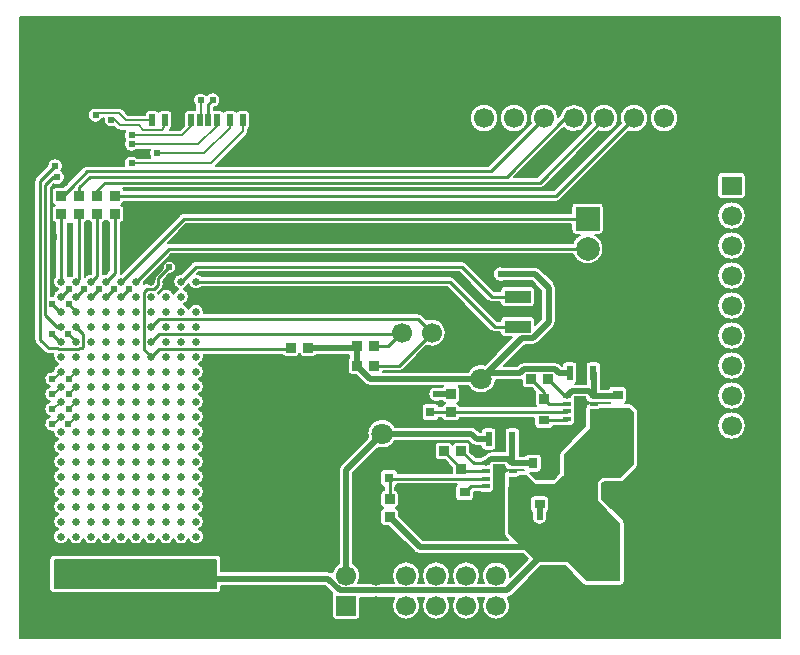
<source format=gtl>
G04 Layer: TopLayer*
G04 EasyEDA Pro v2.2.40.8, 2025-08-03 21:23:04*
G04 Gerber Generator version 0.3*
G04 Scale: 100 percent, Rotated: No, Reflected: No*
G04 Dimensions in millimeters*
G04 Leading zeros omitted, absolute positions, 4 integers and 5 decimals*
G04 Generated by one-click*
%FSLAX45Y45*%
%MOMM*%
%ADD10C,0.2032*%
%ADD11R,0.9X0.8*%
%ADD12R,0.8X0.9*%
%ADD13C,1.9*%
%ADD14O,1.5X3.79999*%
%ADD15O,3.39999X1.5*%
%ADD16R,2.0X2.0*%
%ADD17C,2.0*%
%ADD18R,1.7X1.7*%
%ADD19C,1.7002*%
%ADD20C,1.7*%
%ADD21R,1.7X1.5748*%
%ADD22C,0.64*%
%ADD23R,0.6X1.25001*%
%ADD24R,0.59995X0.4*%
%ADD25R,0.6X0.4*%
%ADD26R,0.8X0.8*%
%ADD27R,0.80648X0.86401*%
%ADD28R,0.86401X0.80648*%
%ADD29R,2.2X1.1*%
%ADD30C,1.8*%
%ADD31R,0.65001X0.45001*%
%ADD32R,1.1X1.9*%
%ADD33R,0.5X1.0*%
%ADD34R,1.3X1.4*%
%ADD35C,0.61*%
%ADD36C,0.6096*%
%ADD37C,0.254*%
%ADD38C,0.508*%
G75*


G04 Copper Start*
G36*
G01X4175384Y791984D02*
G01X4175384Y1074898D01*
G01X4351486Y1074898D01*
G01X4351486Y994898D01*
G01X4352834Y985164D01*
G01X4356777Y976163D01*
G01X4363017Y968573D01*
G01X4371086Y962964D01*
G01X4371086Y952603D01*
G01X4366721Y936948D01*
G01X4366295Y920702D01*
G01X4369834Y904840D01*
G01X4377124Y890314D01*
G01X4387728Y877999D01*
G01X4401010Y868632D01*
G01X4416170Y862777D01*
G01X4432300Y860786D01*
G01X4432300Y860786D01*
G01X4448430Y862777D01*
G01X4463590Y868632D01*
G01X4476872Y877999D01*
G01X4487476Y890314D01*
G01X4494766Y904840D01*
G01X4498305Y920702D01*
G01X4497879Y936948D01*
G01X4493514Y952603D01*
G01X4493514Y962964D01*
G01X4501583Y968573D01*
G01X4507823Y976163D01*
G01X4511766Y985164D01*
G01X4513114Y994898D01*
G01X4513114Y1074898D01*
G01X4511361Y1085965D01*
G01X4506274Y1095948D01*
G01X4498351Y1103872D01*
G01X4488367Y1108959D01*
G01X4477300Y1110712D01*
G01X4387300Y1110712D01*
G01X4376233Y1108959D01*
G01X4366249Y1103872D01*
G01X4358326Y1095948D01*
G01X4353239Y1085965D01*
G01X4351486Y1074898D01*
G01X4175384Y1074898D01*
G01X4175384Y1169833D01*
G01X4180441Y1179793D01*
G01X4182183Y1190827D01*
G01X4182183Y1259998D01*
G01X4236391Y1259998D01*
G01X4247806Y1261866D01*
G01X4258030Y1267274D01*
G01X4265997Y1275659D01*
G01X4315207Y1275659D01*
G01X4385141Y1205724D01*
G01X4388437Y1203522D01*
G01X4392325Y1202748D01*
G01X4565708Y1202748D01*
G01X4569596Y1203522D01*
G01X4572893Y1205724D01*
G01X4642684Y1275516D01*
G01X4644887Y1278812D01*
G01X4645660Y1282700D01*
G01X4645660Y1456292D01*
G01X4864309Y1674941D01*
G01X4866511Y1678237D01*
G01X4867285Y1682125D01*
G01X4867285Y1753539D01*
G01X4867983Y1760574D01*
G01X4867983Y1829746D01*
G01X4922191Y1829746D01*
G01X4933073Y1831439D01*
G01X4942926Y1836359D01*
G01X4950819Y1844040D01*
G01X5190092Y1844040D01*
G01X5222240Y1811892D01*
G01X5222240Y1375808D01*
G01X5113892Y1267460D01*
G01X4965700Y1267460D01*
G01X4961812Y1266687D01*
G01X4958516Y1264484D01*
G01X4920416Y1226384D01*
G01X4918213Y1223088D01*
G01X4917440Y1219200D01*
G01X4917440Y1164955D01*
G01X4913573Y1144572D01*
G01X4913573Y1123826D01*
G01X4917440Y1103443D01*
G01X4917440Y1066800D01*
G01X4918213Y1062912D01*
G01X4920416Y1059616D01*
G01X5107940Y872092D01*
G01X5107940Y391160D01*
G01X4832469Y391160D01*
G01X4670345Y553284D01*
G01X4667049Y555487D01*
G01X4663161Y556260D01*
G01X4411108Y556260D01*
G01X4175384Y791984D01*
G37*
G36*
G01X327660Y327660D02*
G01X327660Y561340D01*
G01X1691640Y561340D01*
G01X1691640Y327660D01*
G01X327660Y327660D01*
G37*
G36*
G01X6464300Y5164186D02*
G01X6464300Y-98186D01*
G01X35814Y-98186D01*
G01X35814Y2429519D01*
G01X154686Y2429519D01*
G01X156339Y2416963D01*
G01X161186Y2405262D01*
G01X168895Y2395214D01*
G01X243822Y2320287D01*
G01X253870Y2312578D01*
G01X265571Y2307731D01*
G01X278127Y2306078D01*
G01X316226Y2306078D01*
G01X313428Y2291721D01*
G01X313773Y2277099D01*
G01X317245Y2262890D01*
G01X323684Y2249757D01*
G01X332788Y2238309D01*
G01X344136Y2229081D01*
G01X357199Y2222500D01*
G01X357199Y2222500D01*
G01X343027Y2215185D01*
G01X330955Y2204763D01*
G01X321652Y2191810D01*
G01X315630Y2177042D01*
G01X313224Y2161277D01*
G01X299154Y2161573D01*
G01X285339Y2158894D01*
G01X272400Y2153360D01*
G01X260920Y2145220D01*
G01X251416Y2134841D01*
G01X244317Y2122691D01*
G01X239941Y2109316D01*
G01X238486Y2095318D01*
G01X240018Y2081329D01*
G01X244467Y2067978D01*
G01X251633Y2055866D01*
G01X261194Y2045540D01*
G01X272718Y2037463D01*
G01X285687Y2032000D01*
G01X272634Y2026491D01*
G01X261050Y2018334D01*
G01X251462Y2007903D01*
G01X244309Y1995674D01*
G01X239917Y1982204D01*
G01X238487Y1968108D01*
G01X240084Y1954031D01*
G01X244634Y1940613D01*
G01X251931Y1928469D01*
G01X261642Y1918152D01*
G01X273322Y1910133D01*
G01X286439Y1904779D01*
G01X273416Y1899475D01*
G01X261805Y1891544D01*
G01X252126Y1881344D01*
G01X244816Y1869333D01*
G01X240203Y1856050D01*
G01X238494Y1842093D01*
G01X239766Y1828089D01*
G01X243962Y1814669D01*
G01X250894Y1802435D01*
G01X260249Y1791937D01*
G01X271607Y1783648D01*
G01X284458Y1777940D01*
G01X271454Y1772408D01*
G01X259918Y1764246D01*
G01X250373Y1753825D01*
G01X243252Y1741618D01*
G01X238881Y1728179D01*
G01X237455Y1714120D01*
G01X239042Y1700077D01*
G01X243567Y1686690D01*
G01X250827Y1674565D01*
G01X260491Y1664254D01*
G01X272120Y1656225D01*
G01X285187Y1650842D01*
G01X299097Y1648351D01*
G01X313220Y1648863D01*
G01X315600Y1633065D01*
G01X321611Y1618263D01*
G01X330918Y1605278D01*
G01X343004Y1594830D01*
G01X357199Y1587500D01*
G01X342650Y1579929D01*
G01X330345Y1569087D01*
G01X321003Y1555608D01*
G01X315169Y1540280D01*
G01X313186Y1524000D01*
G01X315169Y1507720D01*
G01X321003Y1492392D01*
G01X330345Y1478913D01*
G01X342650Y1468071D01*
G01X357199Y1460500D01*
G01X342650Y1452929D01*
G01X330345Y1442087D01*
G01X321003Y1428608D01*
G01X315169Y1413280D01*
G01X313186Y1397000D01*
G01X315169Y1380720D01*
G01X321003Y1365392D01*
G01X330345Y1351913D01*
G01X342650Y1341071D01*
G01X357199Y1333500D01*
G01X342650Y1325929D01*
G01X330345Y1315087D01*
G01X321003Y1301608D01*
G01X315169Y1286280D01*
G01X313186Y1270000D01*
G01X315169Y1253720D01*
G01X321003Y1238392D01*
G01X330345Y1224913D01*
G01X342650Y1214071D01*
G01X357199Y1206500D01*
G01X342650Y1198929D01*
G01X330345Y1188087D01*
G01X321003Y1174608D01*
G01X315169Y1159280D01*
G01X313186Y1143000D01*
G01X315169Y1126720D01*
G01X321003Y1111392D01*
G01X330345Y1097913D01*
G01X342650Y1087071D01*
G01X357199Y1079500D01*
G01X342650Y1071929D01*
G01X330345Y1061087D01*
G01X321003Y1047608D01*
G01X315169Y1032280D01*
G01X313186Y1016000D01*
G01X315169Y999720D01*
G01X321003Y984392D01*
G01X330345Y970913D01*
G01X342650Y960071D01*
G01X357199Y952500D01*
G01X342650Y944929D01*
G01X330345Y934087D01*
G01X321003Y920608D01*
G01X315169Y905280D01*
G01X313186Y889000D01*
G01X315169Y872720D01*
G01X321003Y857392D01*
G01X330345Y843913D01*
G01X342650Y833071D01*
G01X357199Y825500D01*
G01X343804Y818703D01*
G01X332234Y809124D01*
G01X323057Y797233D01*
G01X316722Y783613D01*
G01X313541Y768933D01*
G01X313670Y753913D01*
G01X317102Y739290D01*
G01X323669Y725780D01*
G01X333048Y714048D01*
G01X344780Y704669D01*
G01X358290Y698102D01*
G01X372913Y694670D01*
G01X387933Y694541D01*
G01X402613Y697722D01*
G01X416233Y704057D01*
G01X428124Y713234D01*
G01X437703Y724804D01*
G01X444500Y738199D01*
G01X452071Y723650D01*
G01X462913Y711345D01*
G01X476392Y702003D01*
G01X491720Y696169D01*
G01X508000Y694186D01*
G01X524280Y696169D01*
G01X539608Y702003D01*
G01X553087Y711345D01*
G01X563929Y723650D01*
G01X571500Y738199D01*
G01X579071Y723650D01*
G01X589913Y711345D01*
G01X603392Y702003D01*
G01X618720Y696169D01*
G01X635000Y694186D01*
G01X651280Y696169D01*
G01X666608Y702003D01*
G01X680087Y711345D01*
G01X690929Y723650D01*
G01X698500Y738199D01*
G01X706071Y723650D01*
G01X716913Y711345D01*
G01X730392Y702003D01*
G01X745720Y696169D01*
G01X762000Y694186D01*
G01X778280Y696169D01*
G01X793608Y702003D01*
G01X807087Y711345D01*
G01X817929Y723650D01*
G01X825500Y738199D01*
G01X833071Y723650D01*
G01X843913Y711345D01*
G01X857392Y702003D01*
G01X872720Y696169D01*
G01X889000Y694186D01*
G01X905280Y696169D01*
G01X920608Y702003D01*
G01X934087Y711345D01*
G01X944929Y723650D01*
G01X952500Y738199D01*
G01X960071Y723650D01*
G01X970913Y711345D01*
G01X984392Y702003D01*
G01X999720Y696169D01*
G01X1016000Y694186D01*
G01X1032280Y696169D01*
G01X1047608Y702003D01*
G01X1061087Y711345D01*
G01X1071929Y723650D01*
G01X1079500Y738199D01*
G01X1087071Y723650D01*
G01X1097913Y711345D01*
G01X1111392Y702003D01*
G01X1126720Y696169D01*
G01X1143000Y694186D01*
G01X1159280Y696169D01*
G01X1174608Y702003D01*
G01X1188087Y711345D01*
G01X1198929Y723650D01*
G01X1206500Y738199D01*
G01X1214071Y723650D01*
G01X1224913Y711345D01*
G01X1238392Y702003D01*
G01X1253720Y696169D01*
G01X1270000Y694186D01*
G01X1286280Y696169D01*
G01X1301608Y702003D01*
G01X1315087Y711345D01*
G01X1325929Y723650D01*
G01X1333500Y738199D01*
G01X1341071Y723650D01*
G01X1351913Y711345D01*
G01X1365392Y702003D01*
G01X1380720Y696169D01*
G01X1397000Y694186D01*
G01X1413280Y696169D01*
G01X1428608Y702003D01*
G01X1442087Y711345D01*
G01X1452929Y723650D01*
G01X1460500Y738199D01*
G01X1467297Y724804D01*
G01X1476876Y713234D01*
G01X1488767Y704057D01*
G01X1502387Y697722D01*
G01X1517067Y694541D01*
G01X1532087Y694670D01*
G01X1546710Y698102D01*
G01X1560220Y704669D01*
G01X1571952Y714048D01*
G01X1581331Y725780D01*
G01X1587898Y739290D01*
G01X1591330Y753913D01*
G01X1591459Y768933D01*
G01X1588278Y783613D01*
G01X1581943Y797233D01*
G01X1572766Y809124D01*
G01X1561196Y818703D01*
G01X1547801Y825500D01*
G01X1562350Y833071D01*
G01X1574655Y843913D01*
G01X1583997Y857392D01*
G01X1589831Y872720D01*
G01X1591814Y889000D01*
G01X1589831Y905280D01*
G01X1583997Y920608D01*
G01X1574655Y934087D01*
G01X1562350Y944929D01*
G01X1547801Y952500D01*
G01X1562350Y960071D01*
G01X1574655Y970913D01*
G01X1583997Y984392D01*
G01X1589831Y999720D01*
G01X1591814Y1016000D01*
G01X1589831Y1032280D01*
G01X1583997Y1047608D01*
G01X1574655Y1061087D01*
G01X1562350Y1071929D01*
G01X1547801Y1079500D01*
G01X1562350Y1087071D01*
G01X1574655Y1097913D01*
G01X1583997Y1111392D01*
G01X1589831Y1126720D01*
G01X1591814Y1143000D01*
G01X1589831Y1159280D01*
G01X1583997Y1174608D01*
G01X1574655Y1188087D01*
G01X1562350Y1198929D01*
G01X1547801Y1206500D01*
G01X1562350Y1214071D01*
G01X1574655Y1224913D01*
G01X1583997Y1238392D01*
G01X1589831Y1253720D01*
G01X1591814Y1270000D01*
G01X1589831Y1286280D01*
G01X1583997Y1301608D01*
G01X1574655Y1315087D01*
G01X1562350Y1325929D01*
G01X1547801Y1333500D01*
G01X1562350Y1341071D01*
G01X1574655Y1351913D01*
G01X1583997Y1365392D01*
G01X1589831Y1380720D01*
G01X1591814Y1397000D01*
G01X1589831Y1413280D01*
G01X1583997Y1428608D01*
G01X1574655Y1442087D01*
G01X1562350Y1452929D01*
G01X1547801Y1460500D01*
G01X1562350Y1468071D01*
G01X1574655Y1478913D01*
G01X1583997Y1492392D01*
G01X1589831Y1507720D01*
G01X1591814Y1524000D01*
G01X1589831Y1540280D01*
G01X1583997Y1555608D01*
G01X1574655Y1569087D01*
G01X1562350Y1579929D01*
G01X1547801Y1587500D01*
G01X1562350Y1595071D01*
G01X1574655Y1605913D01*
G01X1583997Y1619392D01*
G01X1589831Y1634720D01*
G01X1591814Y1651000D01*
G01X1589831Y1667280D01*
G01X1583997Y1682608D01*
G01X1574655Y1696087D01*
G01X1562350Y1706929D01*
G01X1547801Y1714500D01*
G01X1562350Y1722071D01*
G01X1574655Y1732913D01*
G01X1583997Y1746392D01*
G01X1589831Y1761720D01*
G01X1591814Y1778000D01*
G01X1589831Y1794280D01*
G01X1583997Y1809608D01*
G01X1574655Y1823087D01*
G01X1562350Y1833929D01*
G01X1547801Y1841500D01*
G01X1562350Y1849071D01*
G01X1574655Y1859913D01*
G01X1583997Y1873392D01*
G01X1589831Y1888720D01*
G01X1591814Y1905000D01*
G01X1589831Y1921280D01*
G01X1583997Y1936608D01*
G01X1574655Y1950087D01*
G01X1562350Y1960929D01*
G01X1547801Y1968500D01*
G01X1562350Y1976071D01*
G01X1574655Y1986913D01*
G01X1583997Y2000392D01*
G01X1589831Y2015720D01*
G01X1591814Y2032000D01*
G01X1589831Y2048280D01*
G01X1583997Y2063608D01*
G01X1574655Y2077087D01*
G01X1562350Y2087929D01*
G01X1547801Y2095500D01*
G01X1562350Y2103071D01*
G01X1574655Y2113913D01*
G01X1583997Y2127392D01*
G01X1589831Y2142720D01*
G01X1591814Y2159000D01*
G01X1589831Y2175280D01*
G01X1583997Y2190608D01*
G01X1574655Y2204087D01*
G01X1562350Y2214929D01*
G01X1547801Y2222500D01*
G01X1562166Y2229946D01*
G01X1574359Y2240583D01*
G01X1583685Y2253805D01*
G01X1589612Y2268861D01*
G01X1591805Y2284892D01*
G01X1590137Y2300986D01*
G01X2253686Y2300986D01*
G01X2259381Y2293610D01*
G01X2266786Y2287953D01*
G01X2275400Y2284398D01*
G01X2284640Y2283186D01*
G01X2365287Y2283186D01*
G01X2374901Y2284500D01*
G01X2383809Y2288347D01*
G01X2391358Y2294444D01*
G01X2396993Y2302344D01*
G01X2400300Y2311466D01*
G01X2403607Y2302344D01*
G01X2409242Y2294444D01*
G01X2416791Y2288347D01*
G01X2425699Y2284500D01*
G01X2435313Y2283186D01*
G01X2515960Y2283186D01*
G01X2525200Y2284398D01*
G01X2533814Y2287953D01*
G01X2541219Y2293610D01*
G01X2546914Y2300986D01*
G01X2822550Y2300986D01*
G01X2822550Y2282091D01*
G01X2814544Y2274158D01*
G01X2809399Y2264130D01*
G01X2807626Y2253000D01*
G01X2807626Y2166600D01*
G01X2809379Y2155533D01*
G01X2814466Y2145549D01*
G01X2822389Y2137626D01*
G01X2832373Y2132539D01*
G01X2843440Y2130786D01*
G01X2876208Y2130786D01*
G01X2952379Y2054615D01*
G01X2961655Y2047002D01*
G01X2972238Y2041346D01*
G01X2983721Y2037862D01*
G01X2995664Y2036686D01*
G01X3618411Y2036686D01*
G01X3610709Y2028850D01*
G01X3581451Y2028850D01*
G01X3565803Y2033202D01*
G01X3549568Y2033618D01*
G01X3533718Y2030074D01*
G01X3519206Y2022782D01*
G01X3506902Y2012181D01*
G01X3497544Y1998907D01*
G01X3491695Y1983755D01*
G01X3489706Y1967636D01*
G01X3491695Y1951518D01*
G01X3497544Y1936366D01*
G01X3506902Y1923092D01*
G01X3519206Y1912491D01*
G01X3533718Y1905199D01*
G01X3549568Y1901655D01*
G01X3565803Y1902071D01*
G01X3581451Y1906422D01*
G01X3610709Y1906422D01*
G01X3616655Y1899982D01*
G01X3623987Y1895179D01*
G01X3632266Y1892300D01*
G01X3622628Y1888716D01*
G01X3614405Y1882541D01*
G01X3608276Y1874285D01*
G01X3604746Y1864627D01*
G01X3583734Y1864627D01*
G01X3579046Y1875521D01*
G01X3571057Y1884287D01*
G01X3560643Y1889963D01*
G01X3548946Y1891927D01*
G01X3468947Y1891927D01*
G01X3457879Y1890174D01*
G01X3447896Y1885087D01*
G01X3439972Y1877164D01*
G01X3434885Y1867180D01*
G01X3433133Y1856113D01*
G01X3433133Y1776113D01*
G01X3434885Y1765046D01*
G01X3439972Y1755062D01*
G01X3447896Y1747139D01*
G01X3457879Y1742052D01*
G01X3468947Y1740299D01*
G01X3548946Y1740299D01*
G01X3560643Y1742263D01*
G01X3571057Y1747939D01*
G01X3579046Y1756704D01*
G01X3583734Y1767599D01*
G01X3605146Y1767599D01*
G01X3609923Y1756890D01*
G01X3617904Y1748299D01*
G01X3628232Y1742745D01*
G01X3639800Y1740826D01*
G01X3726200Y1740826D01*
G01X3737975Y1742817D01*
G01X3748441Y1748569D01*
G01X3756434Y1757442D01*
G01X3761065Y1768450D01*
G01X4389586Y1768450D01*
G01X4389586Y1706402D01*
G01X4391339Y1695335D01*
G01X4396426Y1685352D01*
G01X4404349Y1677428D01*
G01X4414333Y1672341D01*
G01X4425400Y1670588D01*
G01X4515400Y1670588D01*
G01X4527096Y1672552D01*
G01X4537510Y1678228D01*
G01X4545499Y1686994D01*
G01X4550187Y1697888D01*
G01X4653011Y1697888D01*
G01X4666318Y1699749D01*
G01X4697173Y1699749D01*
G01X4708240Y1701502D01*
G01X4718224Y1706589D01*
G01X4726147Y1714512D01*
G01X4731234Y1724496D01*
G01X4732987Y1735563D01*
G01X4732987Y1780564D01*
G01X4731563Y1790563D01*
G01X4732987Y1800562D01*
G01X4732987Y1845563D01*
G01X4731563Y1855561D01*
G01X4732987Y1865560D01*
G01X4732987Y1910561D01*
G01X4731563Y1920560D01*
G01X4732982Y1929960D01*
G01X4821381Y1929960D01*
G01X4823280Y1919037D01*
G01X4828429Y1909218D01*
G01X4836333Y1901444D01*
G01X4846237Y1896461D01*
G01X4857190Y1894745D01*
G01X4868484Y1894745D01*
G01X4877680Y1892575D01*
G01X4887100Y1891845D01*
G01X5028374Y1891845D01*
G01X5031585Y1890014D01*
G01X4857125Y1890014D01*
G01X4846058Y1888261D01*
G01X4836074Y1883174D01*
G01X4828151Y1875251D01*
G01X4823064Y1865267D01*
G01X4821311Y1854200D01*
G01X4821311Y1696960D01*
G01X4610176Y1485824D01*
G01X4604484Y1478407D01*
G01X4600906Y1469769D01*
G01X4599686Y1460500D01*
G01X4599686Y1297535D01*
G01X4550874Y1248722D01*
G01X4489083Y1248722D01*
G01X4477300Y1250716D01*
G01X4405166Y1250716D01*
G01X4352396Y1303486D01*
G01X4414998Y1303486D01*
G01X4426065Y1305239D01*
G01X4436048Y1310326D01*
G01X4443972Y1318249D01*
G01X4449059Y1328233D01*
G01X4450812Y1339300D01*
G01X4450812Y1429300D01*
G01X4449059Y1440367D01*
G01X4443972Y1450351D01*
G01X4436048Y1458274D01*
G01X4426065Y1463361D01*
G01X4414998Y1465114D01*
G01X4334998Y1465114D01*
G01X4325000Y1463690D01*
G01X4315797Y1459532D01*
G01X4308121Y1452970D01*
G01X4302581Y1444526D01*
G01X4263314Y1444526D01*
G01X4263314Y1507440D01*
G01X4266745Y1515924D01*
G01X4267914Y1524999D01*
G01X4267914Y1650001D01*
G01X4266161Y1661068D01*
G01X4261074Y1671051D01*
G01X4253151Y1678975D01*
G01X4243167Y1684062D01*
G01X4232100Y1685815D01*
G01X4172100Y1685815D01*
G01X4161033Y1684062D01*
G01X4151049Y1678975D01*
G01X4143126Y1671051D01*
G01X4138039Y1661068D01*
G01X4136286Y1650001D01*
G01X4136286Y1524999D01*
G01X4137455Y1515924D01*
G01X4140886Y1507440D01*
G01X4140886Y1482640D01*
G01X4019552Y1482640D01*
G01X4007609Y1481464D01*
G01X3996126Y1477981D01*
G01X3985543Y1472324D01*
G01X3976267Y1464711D01*
G01X3953182Y1441626D01*
G01X3946372Y1441626D01*
G01X3937421Y1440490D01*
G01X3929038Y1437152D01*
G01X3921756Y1431826D01*
G01X3893720Y1431826D01*
G01X3847174Y1478371D01*
G01X3847174Y1529100D01*
G01X3845421Y1540167D01*
G01X3840334Y1550151D01*
G01X3832411Y1558074D01*
G01X3822427Y1563161D01*
G01X3811360Y1564914D01*
G01X3730713Y1564914D01*
G01X3721099Y1563600D01*
G01X3712191Y1559753D01*
G01X3704642Y1553656D01*
G01X3699007Y1545756D01*
G01X3695700Y1536634D01*
G01X3692393Y1545756D01*
G01X3686758Y1553656D01*
G01X3679209Y1559753D01*
G01X3670301Y1563600D01*
G01X3660687Y1564914D01*
G01X3580040Y1564914D01*
G01X3568973Y1563161D01*
G01X3558989Y1558074D01*
G01X3551066Y1550151D01*
G01X3545979Y1540167D01*
G01X3544226Y1529100D01*
G01X3544226Y1442700D01*
G01X3545979Y1431633D01*
G01X3551066Y1421649D01*
G01X3558989Y1413726D01*
G01X3568973Y1408639D01*
G01X3580040Y1406886D01*
G01X3630769Y1406886D01*
G01X3694899Y1342756D01*
G01X3694899Y1301828D01*
G01X3234016Y1301828D01*
G01X3231255Y1311759D01*
G01X3225780Y1320492D01*
G01X3218045Y1327304D01*
G01X3208690Y1331631D01*
G01X3198490Y1333114D01*
G01X3118490Y1333114D01*
G01X3107423Y1331361D01*
G01X3097439Y1326274D01*
G01X3089516Y1318351D01*
G01X3084429Y1308367D01*
G01X3082676Y1297300D01*
G01X3082676Y1217300D01*
G01X3084149Y1207134D01*
G01X3088447Y1197804D01*
G01X3095217Y1190078D01*
G01X3103902Y1184592D01*
G01X3113786Y1181796D01*
G01X3113786Y1154378D01*
G01X3104063Y1151465D01*
G01X3095547Y1145940D01*
G01X3088924Y1138249D01*
G01X3084724Y1129008D01*
G01X3083286Y1118960D01*
G01X3083286Y1038313D01*
G01X3084600Y1028699D01*
G01X3088447Y1019791D01*
G01X3094544Y1012242D01*
G01X3102444Y1006607D01*
G01X3111566Y1003300D01*
G01X3102444Y999993D01*
G01X3094544Y994358D01*
G01X3088447Y986809D01*
G01X3084600Y977901D01*
G01X3083286Y968287D01*
G01X3083286Y887640D01*
G01X3085039Y876573D01*
G01X3090126Y866589D01*
G01X3098049Y858666D01*
G01X3108033Y853579D01*
G01X3119100Y851826D01*
G01X3151868Y851826D01*
G01X3373879Y629815D01*
G01X3383155Y622202D01*
G01X3393738Y616546D01*
G01X3405221Y613062D01*
G01X3417164Y611886D01*
G01X4290465Y611886D01*
G01X4331941Y570411D01*
G01X4184490Y422960D01*
G01X4184229Y443673D01*
G01X4180433Y464038D01*
G01X4173214Y483455D01*
G01X4162784Y501353D01*
G01X4149450Y517207D01*
G01X4133603Y530549D01*
G01X4115710Y540988D01*
G01X4096297Y548217D01*
G01X4075934Y552023D01*
G01X4055220Y552294D01*
G01X4034765Y549023D01*
G01X4015169Y542306D01*
G01X3997008Y532339D01*
G01X3980817Y519416D01*
G01X3967072Y503918D01*
G01X3956177Y486299D01*
G01X3948452Y467078D01*
G01X3944123Y446820D01*
G01X3943320Y426120D01*
G01X3946064Y405587D01*
G01X3952276Y385825D01*
G01X3961773Y367414D01*
G01X3912227Y367414D01*
G01X3922001Y386503D01*
G01X3928245Y407018D01*
G01X3930764Y428315D01*
G01X3929477Y449721D01*
G01X3924426Y470563D01*
G01X3915770Y490184D01*
G01X3903782Y507964D01*
G01X3888838Y523345D01*
G01X3871410Y535842D01*
G01X3852048Y545061D01*
G01X3831360Y550711D01*
G01X3810000Y552614D01*
G01X3788640Y550711D01*
G01X3767952Y545061D01*
G01X3748590Y535842D01*
G01X3731162Y523345D01*
G01X3716218Y507964D01*
G01X3704230Y490184D01*
G01X3695574Y470563D01*
G01X3690523Y449721D01*
G01X3689236Y428315D01*
G01X3691755Y407018D01*
G01X3697999Y386503D01*
G01X3707773Y367414D01*
G01X3658227Y367414D01*
G01X3668001Y386503D01*
G01X3674245Y407018D01*
G01X3676764Y428315D01*
G01X3675477Y449721D01*
G01X3670426Y470563D01*
G01X3661770Y490184D01*
G01X3649782Y507964D01*
G01X3634838Y523345D01*
G01X3617410Y535842D01*
G01X3598048Y545061D01*
G01X3577360Y550711D01*
G01X3556000Y552614D01*
G01X3534640Y550711D01*
G01X3513952Y545061D01*
G01X3494590Y535842D01*
G01X3477162Y523345D01*
G01X3462218Y507964D01*
G01X3450230Y490184D01*
G01X3441574Y470563D01*
G01X3436523Y449721D01*
G01X3435236Y428315D01*
G01X3437755Y407018D01*
G01X3443999Y386503D01*
G01X3453773Y367414D01*
G01X3404227Y367414D01*
G01X3414001Y386503D01*
G01X3420245Y407018D01*
G01X3422764Y428315D01*
G01X3421477Y449721D01*
G01X3416426Y470563D01*
G01X3407770Y490184D01*
G01X3395782Y507964D01*
G01X3380838Y523345D01*
G01X3363410Y535842D01*
G01X3344048Y545061D01*
G01X3323360Y550711D01*
G01X3302000Y552614D01*
G01X3280640Y550711D01*
G01X3259952Y545061D01*
G01X3240590Y535842D01*
G01X3223162Y523345D01*
G01X3208218Y507964D01*
G01X3196230Y490184D01*
G01X3187574Y470563D01*
G01X3182523Y449721D01*
G01X3181236Y428315D01*
G01X3183755Y407018D01*
G01X3189999Y386503D01*
G01X3199773Y367414D01*
G01X2896227Y367414D01*
G01X2905187Y384540D01*
G01X2911300Y402876D01*
G01X2914412Y421952D01*
G01X2914441Y441280D01*
G01X2911388Y460365D01*
G01X2905331Y478720D01*
G01X2896424Y495873D01*
G01X2884895Y511386D01*
G01X2871041Y524863D01*
G01X2855214Y535958D01*
G01X2855214Y1301293D01*
G01X3065725Y1511805D01*
G01X3086381Y1507757D01*
G01X3107422Y1507209D01*
G01X3128260Y1510177D01*
G01X3148311Y1516576D01*
G01X3167015Y1526230D01*
G01X3183848Y1538866D01*
G01X3198339Y1554132D01*
G01X3210082Y1571599D01*
G01X3828231Y1571599D01*
G01X3855615Y1544215D01*
G01X3864891Y1536602D01*
G01X3875474Y1530946D01*
G01X3886958Y1527462D01*
G01X3898900Y1526286D01*
G01X3936286Y1526286D01*
G01X3936286Y1524999D01*
G01X3938039Y1513932D01*
G01X3943126Y1503949D01*
G01X3951049Y1496025D01*
G01X3961033Y1490938D01*
G01X3972100Y1489185D01*
G01X4032100Y1489185D01*
G01X4043167Y1490938D01*
G01X4053151Y1496025D01*
G01X4061074Y1503949D01*
G01X4066161Y1513932D01*
G01X4067914Y1524999D01*
G01X4067914Y1650001D01*
G01X4066161Y1661068D01*
G01X4061074Y1671051D01*
G01X4053151Y1678975D01*
G01X4043167Y1684062D01*
G01X4032100Y1685815D01*
G01X3972100Y1685815D01*
G01X3961033Y1684062D01*
G01X3951049Y1678975D01*
G01X3943126Y1671051D01*
G01X3938039Y1661068D01*
G01X3936286Y1650001D01*
G01X3936286Y1648714D01*
G01X3924256Y1648714D01*
G01X3896872Y1676098D01*
G01X3887595Y1683711D01*
G01X3877012Y1689368D01*
G01X3865529Y1692851D01*
G01X3853587Y1694027D01*
G01X3210082Y1694027D01*
G01X3198793Y1710926D01*
G01X3184929Y1725786D01*
G01X3168855Y1738221D01*
G01X3150987Y1747905D01*
G01X3131794Y1754586D01*
G01X3111776Y1758090D01*
G01X3091454Y1758325D01*
G01X3071360Y1755285D01*
G01X3052017Y1749050D01*
G01X3033931Y1739782D01*
G01X3017573Y1727723D01*
G01X3003370Y1713187D01*
G01X2991692Y1696554D01*
G01X2982845Y1678258D01*
G01X2977058Y1658776D01*
G01X2974484Y1638617D01*
G01X2975190Y1618306D01*
G01X2979156Y1598374D01*
G01X2750715Y1369934D01*
G01X2743102Y1360658D01*
G01X2737446Y1350075D01*
G01X2733962Y1338591D01*
G01X2732786Y1326649D01*
G01X2732786Y535958D01*
G01X2716464Y524451D01*
G01X2702261Y510412D01*
G01X2690564Y494226D01*
G01X2681694Y476334D01*
G01X2675892Y457225D01*
G01X2665281Y462921D01*
G01X2653760Y466429D01*
G01X2641775Y467614D01*
G01X1737614Y467614D01*
G01X1737614Y571500D01*
G01X1735861Y582567D01*
G01X1730774Y592551D01*
G01X1722851Y600474D01*
G01X1712867Y605561D01*
G01X1701800Y607314D01*
G01X317500Y607314D01*
G01X306433Y605561D01*
G01X296449Y600474D01*
G01X288526Y592551D01*
G01X283439Y582567D01*
G01X281686Y571500D01*
G01X281686Y317500D01*
G01X283439Y306433D01*
G01X288526Y296449D01*
G01X296449Y288526D01*
G01X306433Y283439D01*
G01X317500Y281686D01*
G01X1701800Y281686D01*
G01X1712867Y283439D01*
G01X1722851Y288526D01*
G01X1730774Y296449D01*
G01X1735861Y306433D01*
G01X1737614Y317500D01*
G01X1737614Y345186D01*
G01X2616419Y345186D01*
G01X2679097Y282508D01*
G01X2674696Y273088D01*
G01X2673186Y262800D01*
G01X2673186Y92800D01*
G01X2674939Y81733D01*
G01X2680026Y71749D01*
G01X2687949Y63826D01*
G01X2697933Y58739D01*
G01X2709000Y56986D01*
G01X2879000Y56986D01*
G01X2890067Y58739D01*
G01X2900051Y63826D01*
G01X2907974Y71749D01*
G01X2913061Y81733D01*
G01X2914814Y92800D01*
G01X2914814Y244986D01*
G01X3201591Y244986D01*
G01X3191183Y225920D01*
G01X3184357Y205298D01*
G01X3181335Y183787D01*
G01X3182213Y162083D01*
G01X3186964Y140886D01*
G01X3195433Y120883D01*
G01X3207348Y102721D01*
G01X3222322Y86985D01*
G01X3239872Y74185D01*
G01X3259431Y64734D01*
G01X3280366Y58939D01*
G01X3302000Y56986D01*
G01X3323634Y58939D01*
G01X3344569Y64734D01*
G01X3364128Y74185D01*
G01X3381678Y86985D01*
G01X3396652Y102721D01*
G01X3408567Y120883D01*
G01X3417036Y140886D01*
G01X3421787Y162083D01*
G01X3422665Y183787D01*
G01X3419643Y205298D01*
G01X3412817Y225920D01*
G01X3402409Y244986D01*
G01X3455591Y244986D01*
G01X3445183Y225920D01*
G01X3438357Y205298D01*
G01X3435335Y183787D01*
G01X3436213Y162083D01*
G01X3440964Y140886D01*
G01X3449433Y120883D01*
G01X3461348Y102721D01*
G01X3476322Y86985D01*
G01X3493872Y74185D01*
G01X3513431Y64734D01*
G01X3534366Y58939D01*
G01X3556000Y56986D01*
G01X3577634Y58939D01*
G01X3598569Y64734D01*
G01X3618128Y74185D01*
G01X3635678Y86985D01*
G01X3650652Y102721D01*
G01X3662567Y120883D01*
G01X3671036Y140886D01*
G01X3675787Y162083D01*
G01X3676665Y183787D01*
G01X3673643Y205298D01*
G01X3666817Y225920D01*
G01X3656409Y244986D01*
G01X3709591Y244986D01*
G01X3699183Y225920D01*
G01X3692357Y205298D01*
G01X3689335Y183787D01*
G01X3690213Y162083D01*
G01X3694964Y140886D01*
G01X3703433Y120883D01*
G01X3715348Y102721D01*
G01X3730322Y86985D01*
G01X3747872Y74185D01*
G01X3767431Y64734D01*
G01X3788366Y58939D01*
G01X3810000Y56986D01*
G01X3831634Y58939D01*
G01X3852569Y64734D01*
G01X3872128Y74185D01*
G01X3889678Y86985D01*
G01X3904652Y102721D01*
G01X3916567Y120883D01*
G01X3925036Y140886D01*
G01X3929787Y162083D01*
G01X3930665Y183787D01*
G01X3927643Y205298D01*
G01X3920817Y225920D01*
G01X3910409Y244986D01*
G01X3963591Y244986D01*
G01X3953168Y225885D01*
G01X3946340Y205224D01*
G01X3943329Y183673D01*
G01X3944233Y161932D01*
G01X3949022Y140705D01*
G01X3957541Y120682D01*
G01X3969514Y102512D01*
G01X3984551Y86784D01*
G01X4002166Y74009D01*
G01X4021787Y64601D01*
G01X4042778Y58865D01*
G01X4064457Y56987D01*
G01X4086121Y59029D01*
G01X4107067Y64923D01*
G01X4126617Y74479D01*
G01X4144135Y87387D01*
G01X4159053Y103228D01*
G01X4170888Y121489D01*
G01X4179255Y141576D01*
G01X4183884Y162838D01*
G01X4184623Y184585D01*
G01X4181449Y206113D01*
G01X4174466Y226721D01*
G01X4163898Y245743D01*
G01X4176251Y249057D01*
G01X4187646Y254866D01*
G01X4197585Y262915D01*
G01X4444956Y510286D01*
G01X4648326Y510286D01*
G01X4802936Y355676D01*
G01X4810354Y349984D01*
G01X4818991Y346406D01*
G01X4828261Y345186D01*
G01X5118100Y345186D01*
G01X5129167Y346939D01*
G01X5139151Y352026D01*
G01X5147074Y359949D01*
G01X5152161Y369933D01*
G01X5153914Y381000D01*
G01X5153914Y876300D01*
G01X5152694Y885569D01*
G01X5149116Y894207D01*
G01X5143424Y901624D01*
G01X4963414Y1081635D01*
G01X4963414Y1204365D01*
G01X4980535Y1221486D01*
G01X5118100Y1221486D01*
G01X5127369Y1222706D01*
G01X5136007Y1226284D01*
G01X5143424Y1231976D01*
G01X5257724Y1346276D01*
G01X5263416Y1353693D01*
G01X5266994Y1362331D01*
G01X5268214Y1371600D01*
G01X5268214Y1701800D01*
G01X5937086Y1701800D01*
G01X5938922Y1680821D01*
G01X5944372Y1660479D01*
G01X5953272Y1641393D01*
G01X5965351Y1624142D01*
G01X5980242Y1609251D01*
G01X5997493Y1597172D01*
G01X6016579Y1588272D01*
G01X6036921Y1582822D01*
G01X6057900Y1580986D01*
G01X6078879Y1582822D01*
G01X6099221Y1588272D01*
G01X6118307Y1597172D01*
G01X6135558Y1609251D01*
G01X6150449Y1624142D01*
G01X6162528Y1641393D01*
G01X6171428Y1660479D01*
G01X6176878Y1680821D01*
G01X6178714Y1701800D01*
G01X6176878Y1722779D01*
G01X6171428Y1743121D01*
G01X6162528Y1762207D01*
G01X6150449Y1779458D01*
G01X6135558Y1794349D01*
G01X6118307Y1806428D01*
G01X6099221Y1815328D01*
G01X6078879Y1820778D01*
G01X6057900Y1822614D01*
G01X6057900Y1822614D01*
G01X6036921Y1820778D01*
G01X6016579Y1815328D01*
G01X5997493Y1806428D01*
G01X5980242Y1794349D01*
G01X5965351Y1779458D01*
G01X5953272Y1762207D01*
G01X5944372Y1743121D01*
G01X5938922Y1722779D01*
G01X5937086Y1701800D01*
G01X5268214Y1701800D01*
G01X5268214Y1816100D01*
G01X5266994Y1825369D01*
G01X5263416Y1834007D01*
G01X5257724Y1841424D01*
G01X5219624Y1879524D01*
G01X5212207Y1885216D01*
G01X5203569Y1888794D01*
G01X5194300Y1890014D01*
G01X5153815Y1890014D01*
G01X5161921Y1895616D01*
G01X5168194Y1903216D01*
G01X5172158Y1912237D01*
G01X5173514Y1921998D01*
G01X5173514Y1955800D01*
G01X5937086Y1955800D01*
G01X5938922Y1934821D01*
G01X5944372Y1914479D01*
G01X5953272Y1895393D01*
G01X5965351Y1878142D01*
G01X5980242Y1863251D01*
G01X5997493Y1851172D01*
G01X6016579Y1842272D01*
G01X6036921Y1836822D01*
G01X6057900Y1834986D01*
G01X6078879Y1836822D01*
G01X6099221Y1842272D01*
G01X6118307Y1851172D01*
G01X6135558Y1863251D01*
G01X6150449Y1878142D01*
G01X6162528Y1895393D01*
G01X6171428Y1914479D01*
G01X6176878Y1934821D01*
G01X6178714Y1955800D01*
G01X6176878Y1976779D01*
G01X6171428Y1997121D01*
G01X6162528Y2016207D01*
G01X6150449Y2033458D01*
G01X6135558Y2048349D01*
G01X6118307Y2060428D01*
G01X6099221Y2069328D01*
G01X6078879Y2074778D01*
G01X6057900Y2076614D01*
G01X6057900Y2076614D01*
G01X6036921Y2074778D01*
G01X6016579Y2069328D01*
G01X5997493Y2060428D01*
G01X5980242Y2048349D01*
G01X5965351Y2033458D01*
G01X5953272Y2016207D01*
G01X5944372Y1997121D01*
G01X5938922Y1976779D01*
G01X5937086Y1955800D01*
G01X5173514Y1955800D01*
G01X5173514Y2001998D01*
G01X5171761Y2013065D01*
G01X5166674Y2023048D01*
G01X5158751Y2030972D01*
G01X5148767Y2036059D01*
G01X5137700Y2037812D01*
G01X5047700Y2037812D01*
G01X5036937Y2036156D01*
G01X5027170Y2031343D01*
G01X5019300Y2023817D01*
G01X5014056Y2014273D01*
G01X4950905Y2014273D01*
G01X4950905Y2069896D01*
G01X4953004Y2076707D01*
G01X4953714Y2083799D01*
G01X4953714Y2208801D01*
G01X4953555Y2209800D01*
G01X5937086Y2209800D01*
G01X5938922Y2188821D01*
G01X5944372Y2168479D01*
G01X5953272Y2149393D01*
G01X5965351Y2132142D01*
G01X5980242Y2117251D01*
G01X5997493Y2105172D01*
G01X6016579Y2096272D01*
G01X6036921Y2090822D01*
G01X6057900Y2088986D01*
G01X6078879Y2090822D01*
G01X6099221Y2096272D01*
G01X6118307Y2105172D01*
G01X6135558Y2117251D01*
G01X6150449Y2132142D01*
G01X6162528Y2149393D01*
G01X6171428Y2168479D01*
G01X6176878Y2188821D01*
G01X6178714Y2209800D01*
G01X6176878Y2230779D01*
G01X6171428Y2251121D01*
G01X6162528Y2270207D01*
G01X6150449Y2287458D01*
G01X6135558Y2302349D01*
G01X6118307Y2314428D01*
G01X6099221Y2323328D01*
G01X6078879Y2328778D01*
G01X6057900Y2330614D01*
G01X6057900Y2330614D01*
G01X6036921Y2328778D01*
G01X6016579Y2323328D01*
G01X5997493Y2314428D01*
G01X5980242Y2302349D01*
G01X5965351Y2287458D01*
G01X5953272Y2270207D01*
G01X5944372Y2251121D01*
G01X5938922Y2230779D01*
G01X5937086Y2209800D01*
G01X4953555Y2209800D01*
G01X4951961Y2219868D01*
G01X4946874Y2229851D01*
G01X4938951Y2237775D01*
G01X4928967Y2242862D01*
G01X4917900Y2244615D01*
G01X4857900Y2244615D01*
G01X4846833Y2242862D01*
G01X4836849Y2237775D01*
G01X4828926Y2229851D01*
G01X4823839Y2219868D01*
G01X4822086Y2208801D01*
G01X4822086Y2083799D01*
G01X4823721Y2073102D01*
G01X4828477Y2063381D01*
G01X4828477Y2052388D01*
G01X4735104Y2052388D01*
G01X4742793Y2058051D01*
G01X4748712Y2065544D01*
G01X4752441Y2074335D01*
G01X4753714Y2083799D01*
G01X4753714Y2208801D01*
G01X4751961Y2219868D01*
G01X4746874Y2229851D01*
G01X4738951Y2237775D01*
G01X4728967Y2242862D01*
G01X4717900Y2244615D01*
G01X4657900Y2244615D01*
G01X4646833Y2242862D01*
G01X4636849Y2237775D01*
G01X4628926Y2229851D01*
G01X4623839Y2219868D01*
G01X4622086Y2208801D01*
G01X4622086Y2208547D01*
G01X4608062Y2222585D01*
G01X4598786Y2230198D01*
G01X4588203Y2235855D01*
G01X4576720Y2239338D01*
G01X4564777Y2240514D01*
G01X4299823Y2240514D01*
G01X4287880Y2239338D01*
G01X4276397Y2235855D01*
G01X4265814Y2230198D01*
G01X4256538Y2222585D01*
G01X4241467Y2207514D01*
G01X4134548Y2207514D01*
G01X4310220Y2383186D01*
G01X4373108Y2383186D01*
G01X4385050Y2384362D01*
G01X4396533Y2387846D01*
G01X4407116Y2393502D01*
G01X4416392Y2401115D01*
G01X4479077Y2463800D01*
G01X5937086Y2463800D01*
G01X5938922Y2442821D01*
G01X5944372Y2422479D01*
G01X5953272Y2403393D01*
G01X5965351Y2386142D01*
G01X5980242Y2371251D01*
G01X5997493Y2359172D01*
G01X6016579Y2350272D01*
G01X6036921Y2344822D01*
G01X6057900Y2342986D01*
G01X6078879Y2344822D01*
G01X6099221Y2350272D01*
G01X6118307Y2359172D01*
G01X6135558Y2371251D01*
G01X6150449Y2386142D01*
G01X6162528Y2403393D01*
G01X6171428Y2422479D01*
G01X6176878Y2442821D01*
G01X6178714Y2463800D01*
G01X6176878Y2484779D01*
G01X6171428Y2505121D01*
G01X6162528Y2524207D01*
G01X6150449Y2541458D01*
G01X6135558Y2556349D01*
G01X6118307Y2568428D01*
G01X6099221Y2577328D01*
G01X6078879Y2582778D01*
G01X6057900Y2584614D01*
G01X6057900Y2584614D01*
G01X6036921Y2582778D01*
G01X6016579Y2577328D01*
G01X5997493Y2568428D01*
G01X5980242Y2556349D01*
G01X5965351Y2541458D01*
G01X5953272Y2524207D01*
G01X5944372Y2505121D01*
G01X5938922Y2484779D01*
G01X5937086Y2463800D01*
G01X4479077Y2463800D01*
G01X4551785Y2536508D01*
G01X4559398Y2545784D01*
G01X4565054Y2556367D01*
G01X4568538Y2567850D01*
G01X4569714Y2579792D01*
G01X4569714Y2717800D01*
G01X5937086Y2717800D01*
G01X5938922Y2696821D01*
G01X5944372Y2676479D01*
G01X5953272Y2657393D01*
G01X5965351Y2640142D01*
G01X5980242Y2625251D01*
G01X5997493Y2613172D01*
G01X6016579Y2604272D01*
G01X6036921Y2598822D01*
G01X6057900Y2596986D01*
G01X6078879Y2598822D01*
G01X6099221Y2604272D01*
G01X6118307Y2613172D01*
G01X6135558Y2625251D01*
G01X6150449Y2640142D01*
G01X6162528Y2657393D01*
G01X6171428Y2676479D01*
G01X6176878Y2696821D01*
G01X6178714Y2717800D01*
G01X6176878Y2738779D01*
G01X6171428Y2759121D01*
G01X6162528Y2778207D01*
G01X6150449Y2795458D01*
G01X6135558Y2810349D01*
G01X6118307Y2822428D01*
G01X6099221Y2831328D01*
G01X6078879Y2836778D01*
G01X6057900Y2838614D01*
G01X6057900Y2838614D01*
G01X6036921Y2836778D01*
G01X6016579Y2831328D01*
G01X5997493Y2822428D01*
G01X5980242Y2810349D01*
G01X5965351Y2795458D01*
G01X5953272Y2778207D01*
G01X5944372Y2759121D01*
G01X5938922Y2738779D01*
G01X5937086Y2717800D01*
G01X4569714Y2717800D01*
G01X4569714Y2870200D01*
G01X4568538Y2882142D01*
G01X4565054Y2893626D01*
G01X4559398Y2904209D01*
G01X4551785Y2913485D01*
G01X4493470Y2971800D01*
G01X5937086Y2971800D01*
G01X5938922Y2950821D01*
G01X5944372Y2930479D01*
G01X5953272Y2911393D01*
G01X5965351Y2894142D01*
G01X5980242Y2879251D01*
G01X5997493Y2867172D01*
G01X6016579Y2858272D01*
G01X6036921Y2852822D01*
G01X6057900Y2850986D01*
G01X6078879Y2852822D01*
G01X6099221Y2858272D01*
G01X6118307Y2867172D01*
G01X6135558Y2879251D01*
G01X6150449Y2894142D01*
G01X6162528Y2911393D01*
G01X6171428Y2930479D01*
G01X6176878Y2950821D01*
G01X6178714Y2971800D01*
G01X6176878Y2992779D01*
G01X6171428Y3013121D01*
G01X6162528Y3032207D01*
G01X6150449Y3049458D01*
G01X6135558Y3064349D01*
G01X6118307Y3076428D01*
G01X6099221Y3085328D01*
G01X6078879Y3090778D01*
G01X6057900Y3092614D01*
G01X6057900Y3092614D01*
G01X6036921Y3090778D01*
G01X6016579Y3085328D01*
G01X5997493Y3076428D01*
G01X5980242Y3064349D01*
G01X5965351Y3049458D01*
G01X5953272Y3032207D01*
G01X5944372Y3013121D01*
G01X5938922Y2992779D01*
G01X5937086Y2971800D01*
G01X4493470Y2971800D01*
G01X4437485Y3027785D01*
G01X4428209Y3035398D01*
G01X4417626Y3041054D01*
G01X4406142Y3044538D01*
G01X4394200Y3045714D01*
G01X4127551Y3045714D01*
G01X4111903Y3050065D01*
G01X4095668Y3050481D01*
G01X4079818Y3046937D01*
G01X4065306Y3039646D01*
G01X4053002Y3029045D01*
G01X4043644Y3015770D01*
G01X4037795Y3000619D01*
G01X4035806Y2984500D01*
G01X4037795Y2968381D01*
G01X4043644Y2953230D01*
G01X4053002Y2939955D01*
G01X4065306Y2929354D01*
G01X4079818Y2922063D01*
G01X4095668Y2918519D01*
G01X4111903Y2918935D01*
G01X4127551Y2923286D01*
G01X4368844Y2923286D01*
G01X4447286Y2844844D01*
G01X4447286Y2605148D01*
G01X4392105Y2549967D01*
G01X4392105Y2595000D01*
G01X4390352Y2606067D01*
G01X4385265Y2616051D01*
G01X4377341Y2623974D01*
G01X4367358Y2629061D01*
G01X4356291Y2630814D01*
G01X4136291Y2630814D01*
G01X4125224Y2629061D01*
G01X4115240Y2623974D01*
G01X4107317Y2616051D01*
G01X4102230Y2606067D01*
G01X4100477Y2595000D01*
G01X4100477Y2588514D01*
G01X4071395Y2588514D01*
G01X3704605Y2955305D01*
G01X3694557Y2963014D01*
G01X3682856Y2967861D01*
G01X3670300Y2969514D01*
G01X1571383Y2969514D01*
G01X1559984Y2978480D01*
G01X1546938Y2984817D01*
G01X1532844Y2988235D01*
G01X1544095Y2999486D01*
G01X3751805Y2999486D01*
G01X3991595Y2759695D01*
G01X4001643Y2751986D01*
G01X4013344Y2747139D01*
G01X4025900Y2745486D01*
G01X4100477Y2745486D01*
G01X4100477Y2739000D01*
G01X4102230Y2727933D01*
G01X4107317Y2717949D01*
G01X4115240Y2710026D01*
G01X4125224Y2704939D01*
G01X4136291Y2703186D01*
G01X4356291Y2703186D01*
G01X4367358Y2704939D01*
G01X4377341Y2710026D01*
G01X4385265Y2717949D01*
G01X4390352Y2727933D01*
G01X4392105Y2739000D01*
G01X4392105Y2849000D01*
G01X4390352Y2860067D01*
G01X4385265Y2870051D01*
G01X4377341Y2877974D01*
G01X4367358Y2883061D01*
G01X4356291Y2884814D01*
G01X4136291Y2884814D01*
G01X4125224Y2883061D01*
G01X4115240Y2877974D01*
G01X4107317Y2870051D01*
G01X4102230Y2860067D01*
G01X4100477Y2849000D01*
G01X4100477Y2842514D01*
G01X4045995Y2842514D01*
G01X3806205Y3082305D01*
G01X3796157Y3090014D01*
G01X3784456Y3094861D01*
G01X3771900Y3096514D01*
G01X1524000Y3096514D01*
G01X1511444Y3094861D01*
G01X1499743Y3090014D01*
G01X1489695Y3082305D01*
G01X1396200Y2988809D01*
G01X1380701Y2986826D01*
G01X1366067Y2981348D01*
G01X1353075Y2972666D01*
G01X1342416Y2961241D01*
G01X1334654Y2947679D01*
G01X1330203Y2932701D01*
G01X1329298Y2917101D01*
G01X1331988Y2901709D01*
G01X1338129Y2887341D01*
G01X1347396Y2874760D01*
G01X1359296Y2864633D01*
G01X1373199Y2857500D01*
G01X1360291Y2851019D01*
G01X1349048Y2841952D01*
G01X1339981Y2830709D01*
G01X1333500Y2817801D01*
G01X1325929Y2832350D01*
G01X1315087Y2844655D01*
G01X1301608Y2853997D01*
G01X1286280Y2859831D01*
G01X1270000Y2861814D01*
G01X1253720Y2859831D01*
G01X1238392Y2853997D01*
G01X1224913Y2844655D01*
G01X1214071Y2832350D01*
G01X1206500Y2817801D01*
G01X1202271Y2826950D01*
G01X1237205Y2861884D01*
G01X1244915Y2871932D01*
G01X1249761Y2883632D01*
G01X1251414Y2896189D01*
G01X1251414Y2935405D01*
G01X1297757Y2981748D01*
G01X1313739Y2984293D01*
G01X1328629Y2990635D01*
G01X1341538Y3000395D01*
G01X1351697Y3012993D01*
G01X1358502Y3027677D01*
G01X1361546Y3043572D01*
G01X1360648Y3059730D01*
G01X1355862Y3075190D01*
G01X1347472Y3089029D01*
G01X1335979Y3100424D01*
G01X1322068Y3108694D01*
G01X1306568Y3113347D01*
G01X1290402Y3114105D01*
G01X1274534Y3110924D01*
G01X1315495Y3151886D01*
G01X4711847Y3151886D01*
G01X4721173Y3132335D01*
G01X4733489Y3114516D01*
G01X4748482Y3098881D01*
G01X4765770Y3085829D01*
G01X4784913Y3075691D01*
G01X4805424Y3068726D01*
G01X4826782Y3065110D01*
G01X4848442Y3064936D01*
G01X4869855Y3068208D01*
G01X4890476Y3074843D01*
G01X4909779Y3084671D01*
G01X4927274Y3097444D01*
G01X4942517Y3112836D01*
G01X4955118Y3130455D01*
G01X4964757Y3149853D01*
G01X4971190Y3170538D01*
G01X4974253Y3191982D01*
G01X4973867Y3213640D01*
G01X4971686Y3225800D01*
G01X5937086Y3225800D01*
G01X5938922Y3204821D01*
G01X5944372Y3184479D01*
G01X5953272Y3165393D01*
G01X5965351Y3148142D01*
G01X5980242Y3133251D01*
G01X5997493Y3121172D01*
G01X6016579Y3112272D01*
G01X6036921Y3106822D01*
G01X6057900Y3104986D01*
G01X6078879Y3106822D01*
G01X6099221Y3112272D01*
G01X6118307Y3121172D01*
G01X6135558Y3133251D01*
G01X6150449Y3148142D01*
G01X6162528Y3165393D01*
G01X6171428Y3184479D01*
G01X6176878Y3204821D01*
G01X6178714Y3225800D01*
G01X6176878Y3246779D01*
G01X6171428Y3267121D01*
G01X6162528Y3286207D01*
G01X6150449Y3303458D01*
G01X6135558Y3318349D01*
G01X6118307Y3330428D01*
G01X6099221Y3339328D01*
G01X6078879Y3344778D01*
G01X6057900Y3346614D01*
G01X6057900Y3346614D01*
G01X6036921Y3344778D01*
G01X6016579Y3339328D01*
G01X5997493Y3330428D01*
G01X5980242Y3318349D01*
G01X5965351Y3303458D01*
G01X5953272Y3286207D01*
G01X5944372Y3267121D01*
G01X5938922Y3246779D01*
G01X5937086Y3225800D01*
G01X4971686Y3225800D01*
G01X4970043Y3234961D01*
G01X4962877Y3255403D01*
G01X4952553Y3274446D01*
G01X4939333Y3291605D01*
G01X4923552Y3306445D01*
G01X4905613Y3318586D01*
G01X4938700Y3318586D01*
G01X4949767Y3320339D01*
G01X4959751Y3325426D01*
G01X4967674Y3333349D01*
G01X4972761Y3343333D01*
G01X4974514Y3354400D01*
G01X4974514Y3479800D01*
G01X5937086Y3479800D01*
G01X5938922Y3458821D01*
G01X5944372Y3438479D01*
G01X5953272Y3419393D01*
G01X5965351Y3402142D01*
G01X5980242Y3387251D01*
G01X5997493Y3375172D01*
G01X6016579Y3366272D01*
G01X6036921Y3360822D01*
G01X6057900Y3358986D01*
G01X6078879Y3360822D01*
G01X6099221Y3366272D01*
G01X6118307Y3375172D01*
G01X6135558Y3387251D01*
G01X6150449Y3402142D01*
G01X6162528Y3419393D01*
G01X6171428Y3438479D01*
G01X6176878Y3458821D01*
G01X6178714Y3479800D01*
G01X6176878Y3500779D01*
G01X6171428Y3521121D01*
G01X6162528Y3540207D01*
G01X6150449Y3557458D01*
G01X6135558Y3572349D01*
G01X6118307Y3584428D01*
G01X6099221Y3593328D01*
G01X6078879Y3598778D01*
G01X6057900Y3600614D01*
G01X6057900Y3600614D01*
G01X6036921Y3598778D01*
G01X6016579Y3593328D01*
G01X5997493Y3584428D01*
G01X5980242Y3572349D01*
G01X5965351Y3557458D01*
G01X5953272Y3540207D01*
G01X5944372Y3521121D01*
G01X5938922Y3500779D01*
G01X5937086Y3479800D01*
G01X4974514Y3479800D01*
G01X4974514Y3554400D01*
G01X4972761Y3565467D01*
G01X4967674Y3575451D01*
G01X4959751Y3583374D01*
G01X4949767Y3588461D01*
G01X4938700Y3590214D01*
G01X4738700Y3590214D01*
G01X4727633Y3588461D01*
G01X4717649Y3583374D01*
G01X4709726Y3575451D01*
G01X4704639Y3565467D01*
G01X4702886Y3554400D01*
G01X4702886Y3502914D01*
G01X1422400Y3502914D01*
G01X1409844Y3501261D01*
G01X1398143Y3496414D01*
G01X1388095Y3488705D01*
G01X888200Y2988809D01*
G01X885972Y2988746D01*
G01X886714Y2997200D01*
G01X886714Y3417622D01*
G01X896437Y3420535D01*
G01X904953Y3426060D01*
G01X911576Y3433751D01*
G01X915776Y3442992D01*
G01X917214Y3453040D01*
G01X917214Y3533687D01*
G01X915900Y3543301D01*
G01X912053Y3552209D01*
G01X905956Y3559758D01*
G01X898056Y3565393D01*
G01X888934Y3568700D01*
G01X898381Y3572180D01*
G01X906486Y3578152D01*
G01X912608Y3586143D01*
G01X916265Y3595522D01*
G01X4571136Y3595522D01*
G01X4583693Y3597175D01*
G01X4595393Y3602022D01*
G01X4605441Y3609732D01*
G01X4650769Y3655060D01*
G01X5937086Y3655060D01*
G01X5938839Y3643993D01*
G01X5943926Y3634009D01*
G01X5951849Y3626086D01*
G01X5961833Y3620999D01*
G01X5972900Y3619246D01*
G01X6142900Y3619246D01*
G01X6153967Y3620999D01*
G01X6163951Y3626086D01*
G01X6171874Y3634009D01*
G01X6176961Y3643993D01*
G01X6178714Y3655060D01*
G01X6178714Y3812540D01*
G01X6176961Y3823607D01*
G01X6171874Y3833591D01*
G01X6163951Y3841514D01*
G01X6153967Y3846601D01*
G01X6142900Y3848354D01*
G01X5972900Y3848354D01*
G01X5961833Y3846601D01*
G01X5951849Y3841514D01*
G01X5943926Y3833591D01*
G01X5938839Y3823607D01*
G01X5937086Y3812540D01*
G01X5937086Y3655060D01*
G01X5937086Y3655060D01*
G01X4650769Y3655060D01*
G01X5188467Y4192757D01*
G01X5209549Y4186667D01*
G01X5231386Y4184490D01*
G01X5253256Y4186300D01*
G01X5274438Y4192036D01*
G01X5294233Y4201508D01*
G01X5311987Y4214405D01*
G01X5327116Y4230301D01*
G01X5339120Y4248672D01*
G01X5347603Y4268911D01*
G01X5352285Y4290350D01*
G01X5352781Y4305300D01*
G01X5365586Y4305300D01*
G01X5367422Y4284321D01*
G01X5372872Y4263979D01*
G01X5381772Y4244893D01*
G01X5393851Y4227642D01*
G01X5408742Y4212751D01*
G01X5425993Y4200672D01*
G01X5445079Y4191772D01*
G01X5465421Y4186322D01*
G01X5486400Y4184486D01*
G01X5507379Y4186322D01*
G01X5527721Y4191772D01*
G01X5546807Y4200672D01*
G01X5564058Y4212751D01*
G01X5578949Y4227642D01*
G01X5591028Y4244893D01*
G01X5599928Y4263979D01*
G01X5605378Y4284321D01*
G01X5607214Y4305300D01*
G01X5607214Y4305300D01*
G01X5605378Y4326279D01*
G01X5599928Y4346621D01*
G01X5591028Y4365707D01*
G01X5578949Y4382958D01*
G01X5564058Y4397849D01*
G01X5546807Y4409928D01*
G01X5527721Y4418828D01*
G01X5507379Y4424278D01*
G01X5486400Y4426114D01*
G01X5465421Y4424278D01*
G01X5445079Y4418828D01*
G01X5425993Y4409928D01*
G01X5408742Y4397849D01*
G01X5393851Y4382958D01*
G01X5381772Y4365707D01*
G01X5372872Y4346621D01*
G01X5367422Y4326279D01*
G01X5365586Y4305300D01*
G01X5352781Y4305300D01*
G01X5353012Y4312283D01*
G01X5349759Y4333985D01*
G01X5342634Y4354741D01*
G01X5331872Y4373866D01*
G01X5317828Y4390728D01*
G01X5300966Y4404772D01*
G01X5281841Y4415534D01*
G01X5261085Y4422659D01*
G01X5239383Y4425912D01*
G01X5217450Y4425185D01*
G01X5196011Y4420503D01*
G01X5175772Y4412020D01*
G01X5157401Y4400016D01*
G01X5141505Y4384887D01*
G01X5128608Y4367133D01*
G01X5119136Y4347338D01*
G01X5113400Y4326156D01*
G01X5111590Y4304286D01*
G01X5113767Y4282449D01*
G01X5119857Y4261367D01*
G01X4551041Y3692550D01*
G01X916265Y3692550D01*
G01X912333Y3702411D01*
G01X905682Y3710686D01*
G01X4432300Y3710686D01*
G01X4444856Y3712339D01*
G01X4456557Y3717186D01*
G01X4466605Y3724895D01*
G01X4934467Y4192757D01*
G01X4955549Y4186667D01*
G01X4977386Y4184490D01*
G01X4999256Y4186300D01*
G01X5020438Y4192036D01*
G01X5040233Y4201508D01*
G01X5057987Y4214405D01*
G01X5073116Y4230301D01*
G01X5085120Y4248672D01*
G01X5093603Y4268911D01*
G01X5098285Y4290350D01*
G01X5099012Y4312283D01*
G01X5095759Y4333985D01*
G01X5088634Y4354741D01*
G01X5077872Y4373866D01*
G01X5063828Y4390728D01*
G01X5046966Y4404772D01*
G01X5027841Y4415534D01*
G01X5007085Y4422659D01*
G01X4985383Y4425912D01*
G01X4963450Y4425185D01*
G01X4942011Y4420503D01*
G01X4921772Y4412020D01*
G01X4903401Y4400016D01*
G01X4887505Y4384887D01*
G01X4874608Y4367133D01*
G01X4865136Y4347338D01*
G01X4859400Y4326156D01*
G01X4857590Y4304286D01*
G01X4859767Y4282449D01*
G01X4865857Y4261367D01*
G01X4412205Y3807714D01*
G01X4219223Y3807714D01*
G01X4635261Y4223751D01*
G01X4651032Y4209315D01*
G01X4669102Y4197884D01*
G01X4688903Y4189819D01*
G01X4709817Y4185370D01*
G01X4731187Y4184677D01*
G01X4752344Y4187762D01*
G01X4772627Y4194529D01*
G01X4791398Y4204765D01*
G01X4808072Y4218151D01*
G01X4822124Y4234265D01*
G01X4833116Y4252605D01*
G01X4840703Y4272595D01*
G01X4844647Y4293610D01*
G01X4844825Y4314990D01*
G01X4841230Y4336067D01*
G01X4833977Y4356181D01*
G01X4823292Y4374700D01*
G01X4809509Y4391047D01*
G01X4793060Y4404707D01*
G01X4774461Y4415254D01*
G01X4754294Y4422357D01*
G01X4733191Y4425794D01*
G01X4711812Y4425456D01*
G01X4690828Y4421356D01*
G01X4670895Y4413620D01*
G01X4652638Y4402491D01*
G01X4636628Y4388319D01*
G01X4623368Y4371546D01*
G01X4613272Y4352698D01*
G01X4606657Y4332366D01*
G01X4590702Y4316411D01*
G01X4587054Y4336730D01*
G01X4580000Y4356132D01*
G01X4569746Y4374049D01*
G01X4556591Y4389959D01*
G01X4540919Y4403397D01*
G01X4523189Y4413971D01*
G01X4503917Y4421372D01*
G01X4483666Y4425383D01*
G01X4463028Y4425889D01*
G01X4442606Y4422873D01*
G01X4422995Y4416425D01*
G01X4404768Y4406732D01*
G01X4388457Y4394077D01*
G01X4374539Y4378830D01*
G01X4363420Y4361436D01*
G01X4355425Y4342403D01*
G01X4350786Y4322287D01*
G01X4349641Y4301675D01*
G01X4352021Y4281168D01*
G01X4357857Y4261367D01*
G01X3998205Y3901714D01*
G01X1693431Y3901714D01*
G01X1954209Y4162492D01*
G01X1961515Y4172014D01*
G01X1966108Y4183102D01*
G01X1967675Y4195001D01*
G01X1967675Y4209125D01*
G01X1975637Y4217053D01*
G01X1980752Y4227058D01*
G01X1982514Y4238155D01*
G01X1982514Y4305300D01*
G01X3841586Y4305300D01*
G01X3843422Y4284321D01*
G01X3848872Y4263979D01*
G01X3857772Y4244893D01*
G01X3869851Y4227642D01*
G01X3884742Y4212751D01*
G01X3901993Y4200672D01*
G01X3921079Y4191772D01*
G01X3941421Y4186322D01*
G01X3962400Y4184486D01*
G01X3983379Y4186322D01*
G01X4003721Y4191772D01*
G01X4022807Y4200672D01*
G01X4040058Y4212751D01*
G01X4054949Y4227642D01*
G01X4067028Y4244893D01*
G01X4075928Y4263979D01*
G01X4081378Y4284321D01*
G01X4083214Y4305300D01*
G01X4083214Y4305300D01*
G01X4095586Y4305300D01*
G01X4097422Y4284321D01*
G01X4102872Y4263979D01*
G01X4111772Y4244893D01*
G01X4123851Y4227642D01*
G01X4138742Y4212751D01*
G01X4155993Y4200672D01*
G01X4175079Y4191772D01*
G01X4195421Y4186322D01*
G01X4216400Y4184486D01*
G01X4237379Y4186322D01*
G01X4257721Y4191772D01*
G01X4276807Y4200672D01*
G01X4294058Y4212751D01*
G01X4308949Y4227642D01*
G01X4321028Y4244893D01*
G01X4329928Y4263979D01*
G01X4335378Y4284321D01*
G01X4337214Y4305300D01*
G01X4337214Y4305300D01*
G01X4335378Y4326279D01*
G01X4329928Y4346621D01*
G01X4321028Y4365707D01*
G01X4308949Y4382958D01*
G01X4294058Y4397849D01*
G01X4276807Y4409928D01*
G01X4257721Y4418828D01*
G01X4237379Y4424278D01*
G01X4216400Y4426114D01*
G01X4195421Y4424278D01*
G01X4175079Y4418828D01*
G01X4155993Y4409928D01*
G01X4138742Y4397849D01*
G01X4123851Y4382958D01*
G01X4111772Y4365707D01*
G01X4102872Y4346621D01*
G01X4097422Y4326279D01*
G01X4095586Y4305300D01*
G01X4083214Y4305300D01*
G01X4081378Y4326279D01*
G01X4075928Y4346621D01*
G01X4067028Y4365707D01*
G01X4054949Y4382958D01*
G01X4040058Y4397849D01*
G01X4022807Y4409928D01*
G01X4003721Y4418828D01*
G01X3983379Y4424278D01*
G01X3962400Y4426114D01*
G01X3941421Y4424278D01*
G01X3921079Y4418828D01*
G01X3901993Y4409928D01*
G01X3884742Y4397849D01*
G01X3869851Y4382958D01*
G01X3857772Y4365707D01*
G01X3848872Y4346621D01*
G01X3843422Y4326279D01*
G01X3841586Y4305300D01*
G01X1982514Y4305300D01*
G01X1982514Y4338155D01*
G01X1980762Y4349222D01*
G01X1975675Y4359206D01*
G01X1967751Y4367129D01*
G01X1957768Y4372216D01*
G01X1946700Y4373969D01*
G01X1896701Y4373969D01*
G01X1885059Y4372024D01*
G01X1874682Y4366401D01*
G01X1866697Y4357710D01*
G01X1858711Y4366401D01*
G01X1848334Y4372024D01*
G01X1836693Y4373969D01*
G01X1786693Y4373969D01*
G01X1775059Y4372027D01*
G01X1764687Y4366411D01*
G01X1756702Y4357730D01*
G01X1748717Y4366411D01*
G01X1738345Y4372027D01*
G01X1726711Y4373969D01*
G01X1676711Y4373969D01*
G01X1675219Y4373938D01*
G01X1675219Y4392414D01*
G01X1690406Y4397023D01*
G01X1704063Y4405110D01*
G01X1715406Y4416210D01*
G01X1723785Y4429689D01*
G01X1728721Y4444773D01*
G01X1729931Y4460598D01*
G01X1727344Y4476257D01*
G01X1721109Y4490852D01*
G01X1711585Y4503547D01*
G01X1699315Y4513615D01*
G01X1685005Y4520477D01*
G01X1669473Y4523742D01*
G01X1653610Y4523222D01*
G01X1638326Y4518946D01*
G01X1624496Y4511160D01*
G01X1612913Y4500310D01*
G01X1601753Y4510853D01*
G01X1588467Y4518547D01*
G01X1573768Y4522980D01*
G01X1558443Y4523913D01*
G01X1543315Y4521298D01*
G01X1529193Y4515273D01*
G01X1516835Y4506163D01*
G01X1506904Y4494455D01*
G01X1499931Y4480777D01*
G01X1496290Y4465862D01*
G01X1496177Y4450509D01*
G01X1499597Y4435542D01*
G01X1506368Y4421762D01*
G01X1516126Y4409909D01*
G01X1516126Y4372705D01*
G01X1506696Y4373969D01*
G01X1456696Y4373969D01*
G01X1445629Y4372216D01*
G01X1435645Y4367129D01*
G01X1427722Y4359206D01*
G01X1422635Y4349222D01*
G01X1420882Y4338155D01*
G01X1420882Y4241799D01*
G01X1385525Y4206442D01*
G01X1303347Y4206442D01*
G01X1311253Y4212076D01*
G01X1317355Y4219626D01*
G01X1321205Y4228537D01*
G01X1322521Y4238155D01*
G01X1322521Y4338155D01*
G01X1320768Y4349222D01*
G01X1315681Y4359206D01*
G01X1307758Y4367129D01*
G01X1297774Y4372216D01*
G01X1286707Y4373969D01*
G01X1236707Y4373969D01*
G01X1225066Y4372024D01*
G01X1214689Y4366401D01*
G01X1206703Y4357710D01*
G01X1198718Y4366401D01*
G01X1188341Y4372024D01*
G01X1176699Y4373969D01*
G01X1126700Y4373969D01*
G01X1115632Y4372216D01*
G01X1105649Y4367129D01*
G01X1097725Y4359206D01*
G01X1092638Y4349222D01*
G01X1090886Y4338155D01*
G01X1090886Y4334129D01*
G01X950588Y4334129D01*
G01X903748Y4380969D01*
G01X894227Y4388275D01*
G01X883139Y4392868D01*
G01X871240Y4394434D01*
G01X691417Y4394434D01*
G01X676561Y4396924D01*
G01X661526Y4395996D01*
G01X647089Y4391700D01*
G01X633994Y4384256D01*
G01X622916Y4374049D01*
G01X614428Y4361605D01*
G01X608967Y4347567D01*
G01X606815Y4332659D01*
G01X608083Y4317649D01*
G01X612706Y4303313D01*
G01X620444Y4290390D01*
G01X630900Y4279546D01*
G01X643533Y4271342D01*
G01X657691Y4266201D01*
G01X672645Y4264387D01*
G01X687622Y4265995D01*
G01X701850Y4270942D01*
G01X714594Y4278972D01*
G01X725197Y4289670D01*
G01X733113Y4302486D01*
G01X741883Y4302486D01*
G01X741344Y4287431D01*
G01X744216Y4272643D01*
G01X750352Y4258884D01*
G01X759436Y4246866D01*
G01X770997Y4237208D01*
G01X784440Y4230408D01*
G01X799071Y4226818D01*
G01X814134Y4226623D01*
G01X828853Y4229833D01*
G01X845076Y4213610D01*
G01X854598Y4206304D01*
G01X865686Y4201711D01*
G01X877585Y4200144D01*
G01X924734Y4200144D01*
G01X917642Y4188221D01*
G01X913186Y4175083D01*
G01X911560Y4161306D01*
G01X912837Y4147491D01*
G01X916960Y4134245D01*
G01X923749Y4122146D01*
G01X916969Y4109777D01*
G01X912958Y4096254D01*
G01X911899Y4082188D01*
G01X913838Y4068217D01*
G01X918688Y4054972D01*
G01X926231Y4043052D01*
G01X936123Y4032997D01*
G01X947918Y4025262D01*
G01X961083Y4020196D01*
G01X975021Y4018029D01*
G01X989102Y4018860D01*
G01X1002688Y4022649D01*
G01X1015166Y4029227D01*
G01X1025971Y4038294D01*
G01X1132209Y4038294D01*
G01X1127115Y4024940D01*
G01X1125000Y4010804D01*
G01X1125964Y3996544D01*
G01X1129962Y3982821D01*
G01X1136806Y3970274D01*
G01X1025691Y3970274D01*
G01X1014122Y3979847D01*
G01X1000696Y3986573D01*
G01X986101Y3990105D01*
G01X971086Y3990263D01*
G01X956420Y3987039D01*
G01X942856Y3980598D01*
G01X931088Y3971270D01*
G01X921721Y3959534D01*
G01X915234Y3945991D01*
G01X911960Y3931336D01*
G01X912068Y3916320D01*
G01X915551Y3901714D01*
G01X602000Y3901714D01*
G01X589443Y3900061D01*
G01X577743Y3895214D01*
G01X567695Y3887504D01*
G01X435595Y3755405D01*
G01X430601Y3749547D01*
G01X401229Y3720174D01*
G01X337800Y3720174D01*
G01X326733Y3718421D01*
G01X316749Y3713334D01*
G01X308826Y3705411D01*
G01X303739Y3695427D01*
G01X301986Y3684360D01*
G01X301986Y3603713D01*
G01X303300Y3594099D01*
G01X307147Y3585191D01*
G01X313244Y3577642D01*
G01X321144Y3572007D01*
G01X330266Y3568700D01*
G01X321144Y3565393D01*
G01X313244Y3559758D01*
G01X307147Y3552209D01*
G01X303300Y3543301D01*
G01X301986Y3533687D01*
G01X301986Y3453040D01*
G01X303424Y3442992D01*
G01X307624Y3433751D01*
G01X314247Y3426060D01*
G01X322763Y3420535D01*
G01X332486Y3417622D01*
G01X332486Y2968383D01*
G01X324092Y2957881D01*
G01X317934Y2945930D01*
G01X314256Y2932998D01*
G01X313200Y2919596D01*
G01X314810Y2906248D01*
G01X319021Y2893480D01*
G01X325668Y2881794D01*
G01X334490Y2871649D01*
G01X345140Y2863443D01*
G01X357199Y2857500D01*
G01X343027Y2850185D01*
G01X330955Y2839763D01*
G01X321652Y2826810D01*
G01X315630Y2812042D01*
G01X313224Y2796277D01*
G01X303417Y2796800D01*
G01X293641Y2795868D01*
G01X293641Y3717532D01*
G01X320164Y3744055D01*
G01X333705Y3739184D01*
G01X347978Y3737348D01*
G01X362311Y3738635D01*
G01X376029Y3742983D01*
G01X388486Y3750189D01*
G01X399095Y3759911D01*
G01X407357Y3771694D01*
G01X412882Y3784982D01*
G01X415411Y3799148D01*
G01X414824Y3813527D01*
G01X411150Y3827440D01*
G01X404560Y3840233D01*
G01X395366Y3851304D01*
G01X384000Y3860130D01*
G01X391503Y3873611D01*
G01X395687Y3888460D01*
G01X396327Y3903875D01*
G01X393388Y3919020D01*
G01X387029Y3933076D01*
G01X377594Y3945282D01*
G01X365594Y3954979D01*
G01X351678Y3961639D01*
G01X336600Y3964904D01*
G01X321175Y3964597D01*
G01X306239Y3960734D01*
G01X292600Y3953524D01*
G01X280996Y3943358D01*
G01X272054Y3930785D01*
G01X266260Y3916487D01*
G01X263927Y3901236D01*
G01X168895Y3806205D01*
G01X161186Y3796157D01*
G01X156339Y3784456D01*
G01X154686Y3771900D01*
G01X154686Y2429519D01*
G01X35814Y2429519D01*
G01X35814Y5164186D01*
G01X6464300Y5164186D01*
G37*
G36*
G01X609600Y3439124D02*
G01X614193Y3431230D01*
G01X620633Y3424754D01*
G01X628501Y3420118D01*
G01X637286Y3417622D01*
G01X637286Y2991895D01*
G01X634200Y2988809D01*
G01X619300Y2986972D01*
G01X605169Y2981900D01*
G01X592500Y2973844D01*
G01X581914Y2963197D01*
G01X581914Y3417622D01*
G01X590699Y3420118D01*
G01X598567Y3424754D01*
G01X605007Y3431230D01*
G01X609600Y3439124D01*
G37*
G36*
G01X762000Y3439124D02*
G01X766593Y3431230D01*
G01X773033Y3424754D01*
G01X780901Y3420118D01*
G01X789686Y3417622D01*
G01X789686Y3017295D01*
G01X761200Y2988809D01*
G01X747454Y2987236D01*
G01X734314Y2982905D01*
G01X734314Y3417622D01*
G01X743099Y3420118D01*
G01X750967Y3424754D01*
G01X757407Y3431230D01*
G01X762000Y3439124D01*
G37*
G36*
G01X1083809Y2920200D02*
G01X1232476Y3068866D01*
G01X1230152Y3059730D01*
G01X1229148Y3050357D01*
G01X1168596Y2989805D01*
G01X1160886Y2979757D01*
G01X1156039Y2968057D01*
G01X1154386Y2955500D01*
G01X1154386Y2916284D01*
G01X1147716Y2909614D01*
G01X1108500Y2909614D01*
G01X1098728Y2908619D01*
G01X1089356Y2905677D01*
G01X1080769Y2900907D01*
G01X1082987Y2910444D01*
G01X1083809Y2920200D01*
G37*
G36*
G01X4702886Y3405886D02*
G01X4702886Y3354400D01*
G01X4704639Y3343333D01*
G01X4709726Y3333349D01*
G01X4717649Y3325426D01*
G01X4727633Y3320339D01*
G01X4738700Y3318586D01*
G01X4771787Y3318586D01*
G01X4752484Y3305339D01*
G01X4735744Y3288974D01*
G01X4722063Y3269978D01*
G01X4711847Y3248914D01*
G01X1295400Y3248914D01*
G01X1284217Y3247607D01*
G01X1442495Y3405886D01*
G01X4702886Y3405886D01*
G37*
G36*
G01X3473967Y2376657D02*
G01X3494426Y2370689D01*
G01X3515615Y2368408D01*
G01X3536876Y2369886D01*
G01X3557547Y2375077D01*
G01X3576983Y2383819D01*
G01X3594581Y2395841D01*
G01X3609793Y2410767D01*
G01X3622145Y2428135D01*
G01X3631253Y2447403D01*
G01X3636834Y2467971D01*
G01X3638714Y2489200D01*
G01X3636834Y2510429D01*
G01X3631253Y2530997D01*
G01X3622145Y2550265D01*
G01X3609793Y2567633D01*
G01X3594581Y2582559D01*
G01X3576983Y2594581D01*
G01X3557547Y2603323D01*
G01X3536876Y2608514D01*
G01X3515615Y2609992D01*
G01X3494426Y2607711D01*
G01X3473967Y2601743D01*
G01X3437905Y2637805D01*
G01X3427857Y2645514D01*
G01X3416156Y2650361D01*
G01X3403600Y2652014D01*
G01X1590137Y2652014D01*
G01X1591812Y2666449D01*
G01X1590372Y2680909D01*
G01X1585885Y2694731D01*
G01X1578556Y2707279D01*
G01X1568722Y2717978D01*
G01X1556834Y2726335D01*
G01X1543438Y2731968D01*
G01X1529150Y2734618D01*
G01X1514626Y2734163D01*
G01X1500531Y2730624D01*
G01X1487515Y2724163D01*
G01X1476174Y2715077D01*
G01X1467029Y2703784D01*
G01X1460500Y2690801D01*
G01X1454019Y2703709D01*
G01X1444952Y2714952D01*
G01X1433709Y2724019D01*
G01X1420801Y2730500D01*
G01X1435350Y2738071D01*
G01X1447655Y2748913D01*
G01X1456997Y2762392D01*
G01X1462831Y2777720D01*
G01X1464814Y2794000D01*
G01X1462831Y2810280D01*
G01X1456997Y2825608D01*
G01X1447655Y2839087D01*
G01X1435350Y2849929D01*
G01X1420801Y2857500D01*
G01X1433709Y2863981D01*
G01X1444952Y2873048D01*
G01X1454019Y2884291D01*
G01X1460500Y2897199D01*
G01X1467248Y2883878D01*
G01X1476749Y2872358D01*
G01X1488540Y2863196D01*
G01X1502050Y2856836D01*
G01X1516625Y2853588D01*
G01X1531557Y2853608D01*
G01X1546123Y2856896D01*
G01X1559617Y2863292D01*
G01X1571383Y2872486D01*
G01X3650205Y2872486D01*
G01X4016995Y2505695D01*
G01X4027043Y2497986D01*
G01X4038744Y2493139D01*
G01X4051300Y2491486D01*
G01X4100477Y2491486D01*
G01X4100477Y2485000D01*
G01X4102230Y2473933D01*
G01X4107317Y2463949D01*
G01X4115240Y2456026D01*
G01X4125224Y2450939D01*
G01X4136291Y2449186D01*
G01X4203081Y2449186D01*
G01X3972803Y2218909D01*
G01X3952148Y2222956D01*
G01X3931107Y2223504D01*
G01X3910269Y2220537D01*
G01X3890217Y2214137D01*
G01X3871513Y2204484D01*
G01X3854680Y2191847D01*
G01X3840189Y2176582D01*
G01X3828446Y2159114D01*
G01X3109783Y2159114D01*
G01X3110178Y2161286D01*
G01X3238500Y2161286D01*
G01X3251056Y2162939D01*
G01X3262757Y2167786D01*
G01X3272805Y2175495D01*
G01X3473967Y2376657D01*
G37*
G36*
G01X3232052Y1204800D02*
G01X3729967Y1204800D01*
G01X3722708Y1196975D01*
G01X3718077Y1187357D01*
G01X3716486Y1176802D01*
G01X3716486Y1096802D01*
G01X3718239Y1085735D01*
G01X3723326Y1075752D01*
G01X3731249Y1067828D01*
G01X3741233Y1062741D01*
G01X3752300Y1060988D01*
G01X3842300Y1060988D01*
G01X3853367Y1062741D01*
G01X3863351Y1067828D01*
G01X3871274Y1075752D01*
G01X3876361Y1085735D01*
G01X3878114Y1096802D01*
G01X3878114Y1139802D01*
G01X3921756Y1139802D01*
G01X3929038Y1134475D01*
G01X3937421Y1131138D01*
G01X3946372Y1130001D01*
G01X4011373Y1130001D01*
G01X4022440Y1131754D01*
G01X4032424Y1136841D01*
G01X4040347Y1144764D01*
G01X4045434Y1154748D01*
G01X4047187Y1165815D01*
G01X4047187Y1210816D01*
G01X4045763Y1220815D01*
G01X4047187Y1230814D01*
G01X4047187Y1275815D01*
G01X4045763Y1285814D01*
G01X4047187Y1295812D01*
G01X4047187Y1340814D01*
G01X4045763Y1350812D01*
G01X4047182Y1360212D01*
G01X4135581Y1360212D01*
G01X4137480Y1349289D01*
G01X4142629Y1339471D01*
G01X4150533Y1331697D01*
G01X4160437Y1326713D01*
G01X4171390Y1324997D01*
G01X4182684Y1324997D01*
G01X4191880Y1322827D01*
G01X4201300Y1322098D01*
G01X4303586Y1322098D01*
G01X4303845Y1321633D01*
G01X4165224Y1321633D01*
G01X4154157Y1319880D01*
G01X4144173Y1314793D01*
G01X4136250Y1306870D01*
G01X4131163Y1296886D01*
G01X4129410Y1285819D01*
G01X4129410Y787776D01*
G01X4130630Y778507D01*
G01X4134208Y769869D01*
G01X4139900Y762452D01*
G01X4168037Y734314D01*
G01X3442519Y734314D01*
G01X3241314Y935519D01*
G01X3241314Y968287D01*
G01X3240000Y977901D01*
G01X3236153Y986809D01*
G01X3230056Y994358D01*
G01X3222156Y999993D01*
G01X3213034Y1003300D01*
G01X3222156Y1006607D01*
G01X3230056Y1012242D01*
G01X3236153Y1019791D01*
G01X3240000Y1028699D01*
G01X3241314Y1038313D01*
G01X3241314Y1118960D01*
G01X3239876Y1129008D01*
G01X3235676Y1138249D01*
G01X3229053Y1145940D01*
G01X3220537Y1151465D01*
G01X3210814Y1154378D01*
G01X3210814Y1183673D01*
G01X3219848Y1188551D01*
G01X3227127Y1195792D01*
G01X3232052Y1204800D01*
G37*
G36*
G01X3733734Y1892300D02*
G01X3742856Y1895607D01*
G01X3750756Y1901242D01*
G01X3756853Y1908791D01*
G01X3760700Y1917699D01*
G01X3762014Y1927313D01*
G01X3762014Y2007960D01*
G01X3760304Y2018894D01*
G01X3755338Y2028784D01*
G01X3747589Y2036686D01*
G01X3828446Y2036686D01*
G01X3840289Y2019094D01*
G01X3854919Y2003740D01*
G01X3871920Y1991062D01*
G01X3890809Y1981420D01*
G01X3911049Y1975087D01*
G01X3932065Y1972244D01*
G01X3953260Y1972971D01*
G01X3974031Y1977248D01*
G01X3993790Y1984953D01*
G01X4011973Y1995867D01*
G01X4028065Y2009680D01*
G01X4041609Y2025999D01*
G01X4052219Y2044362D01*
G01X4059593Y2064246D01*
G01X4063524Y2085086D01*
G01X4266822Y2085086D01*
G01X4280826Y2086709D01*
G01X4280826Y2052300D01*
G01X4282579Y2041233D01*
G01X4287666Y2031249D01*
G01X4295589Y2023326D01*
G01X4305573Y2018239D01*
G01X4316640Y2016486D01*
G01X4367369Y2016486D01*
G01X4396250Y1987604D01*
G01X4394119Y1980746D01*
G01X4393399Y1973600D01*
G01X4393399Y1887200D01*
G01X4395283Y1875735D01*
G01X4400738Y1865478D01*
G01X3761065Y1865478D01*
G01X3757408Y1874857D01*
G01X3751286Y1882848D01*
G01X3743181Y1888820D01*
G01X3733734Y1892300D01*
G37*
G54D10*
G01X4175384Y791984D02*
G01X4175384Y1169833D01*
G03X4182183Y1190827I-29015J20994D01*
G01X4182183Y1259998D01*
G01X4236391Y1259998D01*
G03X4265997Y1275659I0J35814D01*
G01X4315207Y1275659D01*
G01X4385141Y1205724D01*
G03X4392325Y1202748I7184J7184D01*
G01X4565708Y1202748D01*
G03X4572893Y1205724I0J10160D01*
G01X4642684Y1275516D01*
G03X4645660Y1282700I-7184J7184D01*
G01X4645660Y1456292D01*
G01X4864309Y1674941D01*
G03X4867285Y1682125I-7184J7184D01*
G01X4867285Y1753539D01*
G03X4867983Y1760574I-35116J7035D01*
G01X4867983Y1829746D01*
G01X4922191Y1829746D01*
G03X4950819Y1844040I0J35814D01*
G01X5190092Y1844040D01*
G01X5222240Y1811892D01*
G01X5222240Y1375808D01*
G01X5113892Y1267460D01*
G01X4965700Y1267460D01*
G03X4958516Y1264484I0J-10160D01*
G01X4920416Y1226384D01*
G03X4917440Y1219200I7184J-7184D01*
G01X4917440Y1164955D01*
G03X4917440Y1103443I106460J-30756D01*
G01X4917440Y1066800D01*
G03X4920416Y1059616I10160J0D01*
G01X5107940Y872092D01*
G01X5107940Y391160D01*
G01X4832469Y391160D01*
G01X4670345Y553284D01*
G03X4663161Y556260I-7184J-7184D01*
G01X4411108Y556260D01*
G01X4175384Y791984D01*
G01X4432300Y860786D02*
G03X4493514Y952603I0J66314D01*
G01X4493514Y962964D01*
G03X4513114Y994898I-16214J31933D01*
G01X4513114Y1074898D01*
G03X4477300Y1110712I-35814J0D01*
G01X4387300Y1110712D01*
G03X4351486Y1074898I0J-35814D01*
G01X4351486Y994898D01*
G03X4371086Y962964I35814J0D01*
G01X4371086Y952603D01*
G03X4432300Y860786I61214J-25503D01*
G01X327660Y327660D02*
G01X327660Y561340D01*
G01X1691640Y561340D01*
G01X1691640Y327660D01*
G01X327660Y327660D01*
G01X6464300Y5164186D02*
G01X6464300Y-98186D01*
G01X35814Y-98186D01*
G01X35814Y5164186D01*
G01X6464300Y5164186D01*
G01X357199Y2222500D02*
G03X313224Y2161277I23801J-63500D01*
G03X239941Y2109316I-8424J-65777D01*
G03X285687Y2032000I64859J-13816D01*
G03X238487Y1968108I19113J-63500D01*
G03X286439Y1904779I66313J392D01*
G03X238494Y1842093I18361J-63721D01*
G03X284458Y1777940I66306J-1035D01*
G03X239042Y1700077I19310J-63440D01*
G03X313220Y1648863I64727J14423D01*
G03X357199Y1587500I67780J2137D01*
G03X313186Y1524000I23801J-63500D01*
G03X357199Y1460500I67814J0D01*
G03X313186Y1397000I23801J-63500D01*
G03X357199Y1333500I67814J0D01*
G03X313186Y1270000I23801J-63500D01*
G03X357199Y1206500I67814J0D01*
G03X313186Y1143000I23801J-63500D01*
G03X357199Y1079500I67814J0D01*
G03X313186Y1016000I23801J-63500D01*
G03X357199Y952500I67814J0D01*
G03X313186Y889000I23801J-63500D01*
G03X357199Y825500I67814J0D01*
G03X333048Y714048I23801J-63500D01*
G03X444500Y738199I47952J47952D01*
G03X508000Y694186I63500J23801D01*
G03X571500Y738199I0J67814D01*
G03X635000Y694186I63500J23801D01*
G03X698500Y738199I0J67814D01*
G03X825500Y738199I63500J23801D01*
G03X889000Y694186I63500J23801D01*
G03X952500Y738199I0J67814D01*
G03X1016000Y694186I63500J23801D01*
G03X1079500Y738199I0J67814D01*
G03X1206500Y738199I63500J23801D01*
G03X1270000Y694186I63500J23801D01*
G03X1333500Y738199I0J67814D01*
G03X1397000Y694186I63500J23801D01*
G03X1460500Y738199I0J67814D01*
G03X1571952Y714048I63500J23801D01*
G03X1547801Y825500I-47952J47952D01*
G03X1591814Y889000I-23801J63500D01*
G03X1547801Y952500I-67814J0D01*
G03X1591814Y1016000I-23801J63500D01*
G03X1547801Y1079500I-67814J0D01*
G03X1591814Y1143000I-23801J63500D01*
G03X1547801Y1206500I-67814J0D01*
G03X1591814Y1270000I-23801J63500D01*
G03X1547801Y1333500I-67814J0D01*
G03X1591814Y1397000I-23801J63500D01*
G03X1547801Y1460500I-67814J0D01*
G03X1591814Y1524000I-23801J63500D01*
G03X1547801Y1587500I-67814J0D01*
G03X1591814Y1651000I-23801J63500D01*
G03X1547801Y1714500I-67814J0D01*
G03X1591814Y1778000I-23801J63500D01*
G03X1547801Y1841500I-67814J0D01*
G03X1591814Y1905000I-23801J63500D01*
G03X1547801Y1968500I-67814J0D01*
G03X1591814Y2032000I-23801J63500D01*
G03X1547801Y2095500I-67814J0D01*
G03X1591814Y2159000I-23801J63500D01*
G03X1547801Y2222500I-67814J0D01*
G03X1590137Y2300986I-23801J63500D01*
G01X2253686Y2300986D01*
G03X2284640Y2283186I30954J18014D01*
G01X2365287Y2283186D01*
G03X2400300Y2311466I0J35814D01*
G03X2435313Y2283186I35013J7534D01*
G01X2515960Y2283186D01*
G03X2546914Y2300986I0J35814D01*
G01X2822550Y2300986D01*
G01X2822550Y2282091D01*
G03X2807626Y2253000I20890J-29090D01*
G01X2807626Y2166600D01*
G03X2843440Y2130786I35814J0D01*
G01X2876208Y2130786D01*
G01X2952379Y2054615D01*
G03X2995664Y2036686I43285J43285D01*
G01X3618411Y2036686D01*
G03X3610709Y2028850I21389J-28726D01*
G01X3581451Y2028850D01*
G03X3489706Y1967636I-25451J-61214D01*
G03X3581451Y1906422I66294J0D01*
G01X3610709Y1906422D01*
G03X3632266Y1892300I29090J20890D01*
G03X3604746Y1864627I7534J-35013D01*
G01X3583734Y1864627D01*
G03X3548946Y1891927I-34787J-8514D01*
G01X3468947Y1891927D01*
G03X3433133Y1856113I0J-35814D01*
G01X3433133Y1776113D01*
G03X3468947Y1740299I35814J0D01*
G01X3548946Y1740299D01*
G03X3583734Y1767599I0J35814D01*
G01X3605146Y1767599D01*
G03X3639800Y1740826I34654J9041D01*
G01X3726200Y1740826D01*
G03X3761065Y1768450I0J35814D01*
G01X4389586Y1768450D01*
G01X4389586Y1706402D01*
G03X4425400Y1670588I35814J0D01*
G01X4515400Y1670588D01*
G03X4550187Y1697888I0J35814D01*
G01X4653011Y1697888D01*
G03X4666318Y1699749I0J48514D01*
G01X4697173Y1699749D01*
G03X4732987Y1735563I0J35814D01*
G01X4732987Y1780564D01*
G03X4731563Y1790563I-35814J0D01*
G03X4732987Y1800562I-34390J9999D01*
G01X4732987Y1845563D01*
G03X4731563Y1855561I-35814J0D01*
G03X4732987Y1865560I-34390J9999D01*
G01X4732987Y1910561D01*
G03X4731563Y1920560I-35814J0D01*
G03X4732982Y1929960I-34390J9999D01*
G01X4821381Y1929960D01*
G03X4857190Y1894745I35809J599D01*
G01X4868484Y1894745D01*
G03X4887100Y1891845I18616J58315D01*
G01X5028374Y1891845D01*
G03X5031585Y1890014I19326J30152D01*
G01X4857125Y1890014D01*
G03X4821311Y1854200I0J-35814D01*
G01X4821311Y1696960D01*
G01X4610176Y1485824D01*
G03X4599686Y1460500I25324J-25324D01*
G01X4599686Y1297535D01*
G01X4550874Y1248722D01*
G01X4489083Y1248722D01*
G03X4477300Y1250716I-11783J-33820D01*
G01X4405166Y1250716D01*
G01X4352396Y1303486D01*
G01X4414998Y1303486D01*
G03X4450812Y1339300I0J35814D01*
G01X4450812Y1429300D01*
G03X4414998Y1465114I-35814J0D01*
G01X4334998Y1465114D01*
G03X4302581Y1444526I0J-35814D01*
G01X4263314Y1444526D01*
G01X4263314Y1507440D01*
G03X4267914Y1524999I-31214J17559D01*
G01X4267914Y1650001D01*
G03X4232100Y1685815I-35814J0D01*
G01X4172100Y1685815D01*
G03X4136286Y1650001I0J-35814D01*
G01X4136286Y1524999D01*
G03X4140886Y1507440I35814J0D01*
G01X4140886Y1482640D01*
G01X4019552Y1482640D01*
G03X3976267Y1464711I0J-61214D01*
G01X3953182Y1441626D01*
G01X3946372Y1441626D01*
G03X3921756Y1431826I0J-35814D01*
G01X3893720Y1431826D01*
G01X3847174Y1478371D01*
G01X3847174Y1529100D01*
G03X3811360Y1564914I-35814J0D01*
G01X3730713Y1564914D01*
G03X3695700Y1536634I0J-35814D01*
G03X3660687Y1564914I-35013J-7534D01*
G01X3580040Y1564914D01*
G03X3544226Y1529100I0J-35814D01*
G01X3544226Y1442700D01*
G03X3580040Y1406886I35814J0D01*
G01X3630769Y1406886D01*
G01X3694899Y1342756D01*
G01X3694899Y1301828D01*
G01X3234016Y1301828D01*
G03X3198490Y1333114I-35527J-4529D01*
G01X3118490Y1333114D01*
G03X3082676Y1297300I0J-35814D01*
G01X3082676Y1217300D01*
G03X3113786Y1181796I35814J0D01*
G01X3113786Y1154378D01*
G03X3083286Y1118960I5314J-35418D01*
G01X3083286Y1038313D01*
G03X3111566Y1003300I35814J0D01*
G03X3083286Y968287I7534J-35013D01*
G01X3083286Y887640D01*
G03X3119100Y851826I35814J0D01*
G01X3151868Y851826D01*
G01X3373879Y629815D01*
G03X3417164Y611886I43285J43285D01*
G01X4290465Y611886D01*
G01X4331941Y570411D01*
G01X4184490Y422960D01*
G03X4034765Y549023I-120490J8840D01*
G03X3961773Y367414I29235J-117223D01*
G01X3912227Y367414D01*
G03X3810000Y552614I-102227J64386D01*
G03X3707773Y367414I0J-120814D01*
G01X3658227Y367414D01*
G03X3556000Y552614I-102227J64386D01*
G03X3453773Y367414I0J-120814D01*
G01X3404227Y367414D01*
G03X3302000Y552614I-102227J64386D01*
G03X3199773Y367414I0J-120814D01*
G01X2896227Y367414D01*
G03X2911388Y460365I-102227J64386D01*
G03X2855214Y535958I-117388J-28565D01*
G01X2855214Y1301293D01*
G01X3065725Y1511805D01*
G03X3210082Y1571599I34439J121009D01*
G01X3828231Y1571599D01*
G01X3855615Y1544215D01*
G03X3898900Y1526286I43285J43285D01*
G01X3936286Y1526286D01*
G01X3936286Y1524999D01*
G03X3972100Y1489185I35814J0D01*
G01X4032100Y1489185D01*
G03X4067914Y1524999I0J35814D01*
G01X4067914Y1650001D01*
G03X4032100Y1685815I-35814J0D01*
G01X3972100Y1685815D01*
G03X3936286Y1650001I0J-35814D01*
G01X3936286Y1648714D01*
G01X3924256Y1648714D01*
G01X3896872Y1676098D01*
G03X3853587Y1694027I-43285J-43285D01*
G01X3210082Y1694027D01*
G03X3052017Y1749050I-109918J-61214D01*
G03X2979156Y1598374I48147J-116237D01*
G01X2750715Y1369934D01*
G03X2732786Y1326649I43285J-43285D01*
G01X2732786Y535958D01*
G03X2675892Y457225I61214J-104158D01*
G03X2641775Y467614I-34117J-50825D01*
G01X1737614Y467614D01*
G01X1737614Y571500D01*
G03X1701800Y607314I-35814J0D01*
G01X317500Y607314D01*
G03X281686Y571500I0J-35814D01*
G01X281686Y317500D01*
G03X317500Y281686I35814J0D01*
G01X1701800Y281686D01*
G03X1737614Y317500I0J35814D01*
G01X1737614Y345186D01*
G01X2616419Y345186D01*
G01X2679097Y282508D01*
G03X2673186Y262800I29903J-19709D01*
G01X2673186Y92800D01*
G03X2709000Y56986I35814J0D01*
G01X2879000Y56986D01*
G03X2914814Y92800I0J35814D01*
G01X2914814Y244986D01*
G01X3201591Y244986D01*
G03X3302000Y56986I100409J-67186D01*
G03X3402409Y244986I0J120814D01*
G01X3455591Y244986D01*
G03X3556000Y56986I100409J-67186D01*
G03X3656409Y244986I0J120814D01*
G01X3709591Y244986D01*
G03X3810000Y56986I100409J-67186D01*
G03X3910409Y244986I0J120814D01*
G01X3963591Y244986D01*
G03X4064457Y56987I100409J-67186D01*
G03X4163898Y245743I-457J120813D01*
G03X4197585Y262915I-9598J60457D01*
G01X4444956Y510286D01*
G01X4648326Y510286D01*
G01X4802936Y355676D01*
G03X4828261Y345186I25324J25324D01*
G01X5118100Y345186D01*
G03X5153914Y381000I0J35814D01*
G01X5153914Y876300D01*
G03X5143424Y901624I-35814J0D01*
G01X4963414Y1081635D01*
G01X4963414Y1204365D01*
G01X4980535Y1221486D01*
G01X5118100Y1221486D01*
G03X5143424Y1231976I0J35814D01*
G01X5257724Y1346276D01*
G03X5268214Y1371600I-25324J25324D01*
G01X5268214Y1816100D01*
G03X5257724Y1841424I-35814J0D01*
G01X5219624Y1879524D01*
G03X5194300Y1890014I-25324J-25324D01*
G01X5153815Y1890014D01*
G03X5173514Y1921998I-16115J31984D01*
G01X5173514Y2001998D01*
G03X5137700Y2037812I-35814J0D01*
G01X5047700Y2037812D01*
G03X5014056Y2014273I0J-35814D01*
G01X4950905Y2014273D01*
G01X4950905Y2069896D01*
G03X4953714Y2083799I-33005J13904D01*
G01X4953714Y2208801D01*
G03X4917900Y2244615I-35814J0D01*
G01X4857900Y2244615D01*
G03X4822086Y2208801I0J-35814D01*
G01X4822086Y2083799D01*
G03X4828477Y2063381I35814J0D01*
G01X4828477Y2052388D01*
G01X4735104Y2052388D01*
G03X4753714Y2083799I-17204J31411D01*
G01X4753714Y2208801D01*
G03X4717900Y2244615I-35814J0D01*
G01X4657900Y2244615D01*
G03X4622086Y2208801I0J-35814D01*
G01X4622086Y2208547D01*
G01X4608062Y2222585D01*
G03X4564777Y2240514I-43285J-43285D01*
G01X4299823Y2240514D01*
G03X4256538Y2222585I0J-61214D01*
G01X4241467Y2207514D01*
G01X4134548Y2207514D01*
G01X4310220Y2383186D01*
G01X4373108Y2383186D01*
G03X4416392Y2401115I0J61214D01*
G01X4551785Y2536508D01*
G03X4569714Y2579792I-43285J43285D01*
G01X4569714Y2870200D01*
G03X4551785Y2913485I-61214J0D01*
G01X4437485Y3027785D01*
G03X4394200Y3045714I-43285J-43285D01*
G01X4127551Y3045714D01*
G03X4035806Y2984500I-25451J-61214D01*
G03X4127551Y2923286I66294J0D01*
G01X4368844Y2923286D01*
G01X4447286Y2844844D01*
G01X4447286Y2605148D01*
G01X4392105Y2549967D01*
G01X4392105Y2595000D01*
G03X4356291Y2630814I-35814J0D01*
G01X4136291Y2630814D01*
G03X4100477Y2595000I0J-35814D01*
G01X4100477Y2588514D01*
G01X4071395Y2588514D01*
G01X3704605Y2955305D01*
G03X3670300Y2969514I-34305J-34305D01*
G01X1571383Y2969514D01*
G03X1532844Y2988235I-47383J-48514D01*
G01X1544095Y2999486D01*
G01X3751805Y2999486D01*
G01X3991595Y2759695D01*
G03X4025900Y2745486I34305J34305D01*
G01X4100477Y2745486D01*
G01X4100477Y2739000D01*
G03X4136291Y2703186I35814J0D01*
G01X4356291Y2703186D01*
G03X4392105Y2739000I0J35814D01*
G01X4392105Y2849000D01*
G03X4356291Y2884814I-35814J0D01*
G01X4136291Y2884814D01*
G03X4100477Y2849000I0J-35814D01*
G01X4100477Y2842514D01*
G01X4045995Y2842514D01*
G01X3806205Y3082305D01*
G03X3771900Y3096514I-34305J-34305D01*
G01X1524000Y3096514D01*
G03X1489695Y3082305I0J-48514D01*
G01X1396200Y2988809D01*
G03X1330203Y2932701I800J-67809D01*
G03X1373199Y2857500I66797J-11701D01*
G03X1333500Y2817801I23801J-63500D01*
G03X1270000Y2861814I-63500J-23801D01*
G03X1206500Y2817801I0J-67814D01*
G03X1202271Y2826950I-63500J-23801D01*
G01X1237205Y2861884D01*
G03X1251414Y2896189I-34305J34305D01*
G01X1251414Y2935405D01*
G01X1297757Y2981748D01*
G03X1360648Y3059730I-2357J66252D01*
G03X1274534Y3110924I-65248J-11730D01*
G01X1315495Y3151886D01*
G01X4711847Y3151886D01*
G03X4927274Y3097444I126853J48514D01*
G03X4905613Y3318586I-88574J102956D01*
G01X4938700Y3318586D01*
G03X4974514Y3354400I0J35814D01*
G01X4974514Y3554400D01*
G03X4938700Y3590214I-35814J0D01*
G01X4738700Y3590214D01*
G03X4702886Y3554400I0J-35814D01*
G01X4702886Y3502914D01*
G01X1422400Y3502914D01*
G03X1388095Y3488705I0J-48514D01*
G01X888200Y2988809D01*
G01X885972Y2988746D01*
G03X886714Y2997200I-47772J8454D01*
G01X886714Y3417622D01*
G03X917214Y3453040I-5314J35418D01*
G01X917214Y3533687D01*
G03X888934Y3568700I-35814J0D01*
G03X916265Y3595522I-7534J35013D01*
G01X4571136Y3595522D01*
G03X4605441Y3609732I0J48514D01*
G01X5188467Y4192757D01*
G03X5317828Y4390728I43933J112543D01*
G03X5119857Y4261367I-85428J-85428D01*
G01X4551041Y3692550D01*
G01X916265Y3692550D01*
G03X905682Y3710686I-34865J-8190D01*
G01X4432300Y3710686D01*
G03X4466605Y3724895I0J48514D01*
G01X4934467Y4192757D01*
G03X5063828Y4390728I43933J112543D01*
G03X4865857Y4261367I-85428J-85428D01*
G01X4412205Y3807714D01*
G01X4219223Y3807714D01*
G01X4635261Y4223751D01*
G03X4841230Y4336067I89139J81549D01*
G03X4606657Y4332366I-116830J-30767D01*
G01X4590702Y4316411D01*
G03X4442606Y4422873I-120302J-11111D01*
G03X4357857Y4261367I27794J-117573D01*
G01X3998205Y3901714D01*
G01X1693431Y3901714D01*
G01X1954209Y4162492D01*
G03X1967675Y4195001I-32509J32509D01*
G01X1967675Y4209125D01*
G03X1982514Y4238155I-20974J29030D01*
G01X1982514Y4338155D01*
G03X1946700Y4373969I-35814J0D01*
G01X1896701Y4373969D01*
G03X1866697Y4357710I0J-35814D01*
G03X1836693Y4373969I-30004J-19556D01*
G01X1786693Y4373969D01*
G03X1756702Y4357730I0J-35814D01*
G03X1726711Y4373969I-29991J-19575D01*
G01X1676711Y4373969D01*
G01X1675219Y4373938D01*
G01X1675219Y4392414D01*
G03X1721109Y4490852I-11519J65286D01*
G03X1612913Y4500310I-57409J-33152D01*
G03X1516835Y4506163I-50813J-42610D01*
G03X1516126Y4409909I45265J-48463D01*
G01X1516126Y4372705D01*
G03X1506696Y4373969I-9430J-34550D01*
G01X1456696Y4373969D01*
G03X1420882Y4338155I0J-35814D01*
G01X1420882Y4241799D01*
G01X1385525Y4206442D01*
G01X1303347Y4206442D01*
G03X1322521Y4238155I-16641J31713D01*
G01X1322521Y4338155D01*
G03X1286707Y4373969I-35814J0D01*
G01X1236707Y4373969D01*
G03X1206703Y4357710I0J-35814D01*
G03X1176699Y4373969I-30004J-19556D01*
G01X1126700Y4373969D01*
G03X1090886Y4338155I0J-35814D01*
G01X1090886Y4334129D01*
G01X950588Y4334129D01*
G01X903748Y4380969D01*
G03X871240Y4394434I-32509J-32509D01*
G01X691417Y4394434D01*
G03X612706Y4303313I-18317J-63734D01*
G03X733113Y4302486I60394J27387D01*
G01X741883Y4302486D01*
G03X828853Y4229833I65573J-9886D01*
G01X845076Y4213610D01*
G03X877585Y4200144I32509J32509D01*
G01X924734Y4200144D01*
G03X923749Y4122146I53135J-39677D01*
G03X936123Y4032997I54432J-37878D01*
G03X1025971Y4038294I42057J51271D01*
G01X1132209Y4038294D01*
G03X1136806Y3970274I59052J-30174D01*
G01X1025691Y3970274D01*
G03X942856Y3980598I-47791J-45974D01*
G03X915551Y3901714I35044J-56298D01*
G01X602000Y3901714D01*
G03X567695Y3887504I0J-48514D01*
G01X435595Y3755405D01*
G03X430601Y3749547I34305J-34305D01*
G01X401229Y3720174D01*
G01X337800Y3720174D01*
G03X301986Y3684360I0J-35814D01*
G01X301986Y3603713D01*
G03X330266Y3568700I35814J0D01*
G03X301986Y3533687I7534J-35013D01*
G01X301986Y3453040D01*
G03X332486Y3417622I35814J0D01*
G01X332486Y2968383D01*
G03X314810Y2906248I48514J-47383D01*
G03X357199Y2857500I66190J14752D01*
G03X313224Y2796277I23801J-63500D01*
G03X293641Y2795868I-8424J-65777D01*
G01X293641Y3717532D01*
G01X320164Y3744055D01*
G03X407357Y3771694I29086J59595D01*
G03X384000Y3860130I-58107J31956D01*
G03X351678Y3961639I-53800J38770D01*
G03X263927Y3901236I-21478J-62739D01*
G01X168895Y3806205D01*
G03X154686Y3771900I34305J-34305D01*
G01X154686Y2429519D01*
G03X168895Y2395214I48514J0D01*
G01X243822Y2320287D01*
G03X278127Y2306078I34305J34305D01*
G01X316226Y2306078D01*
G03X357199Y2222500I64774J-20078D01*
G01X4083214Y4305300D02*
G03X3841586Y4305300I-120814J0D01*
G03X4083214Y4305300I120814J0D01*
G01X4337214Y4305300D02*
G03X4095586Y4305300I-120814J0D01*
G03X4337214Y4305300I120814J0D01*
G01X5607214Y4305300D02*
G03X5365586Y4305300I-120814J0D01*
G03X5607214Y4305300I120814J0D01*
G01X6057900Y3092614D02*
G03X6057900Y2850986I0J-120814D01*
G03X6057900Y3092614I0J120814D01*
G01X6057900Y2838614D02*
G03X6057900Y2596986I0J-120814D01*
G03X6057900Y2838614I0J120814D01*
G01X6057900Y3346614D02*
G03X6057900Y3104986I0J-120814D01*
G03X6057900Y3346614I0J120814D01*
G01X6057900Y2076614D02*
G03X6057900Y1834986I0J-120814D01*
G03X6057900Y2076614I0J120814D01*
G01X6057900Y1822614D02*
G03X6057900Y1580986I0J-120814D01*
G03X6057900Y1822614I0J120814D01*
G01X6057900Y2584614D02*
G03X6057900Y2342986I0J-120814D01*
G03X6057900Y2584614I0J120814D01*
G01X6057900Y2330614D02*
G03X6057900Y2088986I0J-120814D01*
G03X6057900Y2330614I0J120814D01*
G01X5937086Y3655060D02*
G03X5972900Y3619246I35814J0D01*
G01X6142900Y3619246D01*
G03X6178714Y3655060I0J35814D01*
G01X6178714Y3812540D01*
G03X6142900Y3848354I-35814J0D01*
G01X5972900Y3848354D01*
G03X5937086Y3812540I0J-35814D01*
G01X5937086Y3655060D01*
G01X6057900Y3600614D02*
G03X6057900Y3358986I0J-120814D01*
G03X6057900Y3600614I0J120814D01*
G01X609600Y3439124D02*
G03X637286Y3417622I33000J13916D01*
G01X637286Y2991895D01*
G01X634200Y2988809D01*
G03X581914Y2963197I800J-67809D01*
G01X581914Y3417622D01*
G03X609600Y3439124I-5314J35418D01*
G01X762000Y3439124D02*
G03X789686Y3417622I33000J13916D01*
G01X789686Y3017295D01*
G01X761200Y2988809D01*
G03X734314Y2982905I800J-67809D01*
G01X734314Y3417622D01*
G03X762000Y3439124I-5314J35418D01*
G01X1083809Y2920200D02*
G01X1232476Y3068866D01*
G03X1229148Y3050357I62924J-20866D01*
G01X1168596Y2989805D01*
G03X1154386Y2955500I34305J-34305D01*
G01X1154386Y2916284D01*
G01X1147716Y2909614D01*
G01X1108500Y2909614D01*
G03X1080769Y2900907I0J-48514D01*
G03X1083809Y2920200I-64769J20093D01*
G01X4702886Y3405886D02*
G01X4702886Y3354400D01*
G03X4738700Y3318586I35814J0D01*
G01X4771787Y3318586D01*
G03X4711847Y3248914I66913J-118186D01*
G01X1295400Y3248914D01*
G03X1284217Y3247607I0J-48514D01*
G01X1442495Y3405886D01*
G01X4702886Y3405886D01*
G01X3473967Y2376657D02*
G03X3638714Y2489200I43933J112543D01*
G03X3473967Y2601743I-120814J0D01*
G01X3437905Y2637805D01*
G03X3403600Y2652014I-34305J-34305D01*
G01X1590137Y2652014D01*
G03X1543438Y2731968I-66137J14986D01*
G03X1460500Y2690801I-19438J-64968D01*
G03X1420801Y2730500I-63500J-23801D01*
G03X1464814Y2794000I-23801J63500D01*
G03X1420801Y2857500I-67814J0D01*
G03X1460500Y2897199I-23801J63500D01*
G03X1571383Y2872486I63500J23801D01*
G01X3650205Y2872486D01*
G01X4016995Y2505695D01*
G03X4051300Y2491486I34305J34305D01*
G01X4100477Y2491486D01*
G01X4100477Y2485000D01*
G03X4136291Y2449186I35814J0D01*
G01X4203081Y2449186D01*
G01X3972803Y2218909D01*
G03X3828446Y2159114I-34439J-121009D01*
G01X3109783Y2159114D01*
G01X3110178Y2161286D01*
G01X3238500Y2161286D01*
G03X3272805Y2175495I0J48514D01*
G01X3473967Y2376657D01*
G01X3232052Y1204800D02*
G01X3729967Y1204800D01*
G03X3716486Y1176802I22333J-27998D01*
G01X3716486Y1096802D01*
G03X3752300Y1060988I35814J0D01*
G01X3842300Y1060988D01*
G03X3878114Y1096802I0J35814D01*
G01X3878114Y1139802D01*
G01X3921756Y1139802D01*
G03X3946372Y1130001I24616J26013D01*
G01X4011373Y1130001D01*
G03X4047187Y1165815I0J35814D01*
G01X4047187Y1210816D01*
G03X4045763Y1220815I-35814J0D01*
G03X4047187Y1230814I-34390J9999D01*
G01X4047187Y1275815D01*
G03X4045763Y1285814I-35814J0D01*
G03X4047187Y1295812I-34390J9999D01*
G01X4047187Y1340814D01*
G03X4045763Y1350812I-35814J0D01*
G03X4047182Y1360212I-34390J9999D01*
G01X4135581Y1360212D01*
G03X4171390Y1324997I35809J599D01*
G01X4182684Y1324997D01*
G03X4201300Y1322098I18616J58315D01*
G01X4303586Y1322098D01*
G01X4303845Y1321633D01*
G01X4165224Y1321633D01*
G03X4129410Y1285819I0J-35814D01*
G01X4129410Y787776D01*
G03X4139900Y762452I35814J0D01*
G01X4168037Y734314D01*
G01X3442519Y734314D01*
G01X3241314Y935519D01*
G01X3241314Y968287D01*
G03X3213034Y1003300I-35814J0D01*
G03X3241314Y1038313I-7534J35013D01*
G01X3241314Y1118960D01*
G03X3210814Y1154378I-35814J0D01*
G01X3210814Y1183673D01*
G03X3232052Y1204800I-12324J33627D01*
G01X3733734Y1892300D02*
G03X3762014Y1927313I-7534J35013D01*
G01X3762014Y2007960D01*
G03X3747589Y2036686I-35814J0D01*
G01X3828446Y2036686D01*
G03X4063524Y2085086I109918J61214D01*
G01X4266822Y2085086D01*
G03X4280826Y2086709I0J61214D01*
G01X4280826Y2052300D01*
G03X4316640Y2016486I35814J0D01*
G01X4367369Y2016486D01*
G01X4396250Y1987604D01*
G03X4393399Y1973600I32963J-14004D01*
G01X4393399Y1887200D01*
G03X4400738Y1865478I35814J0D01*
G01X3761065Y1865478D01*
G03X3733734Y1892300I-34865J-8190D01*
G04 Copper End*

G04 Pad Start*
G54D11*
G01X4432300Y1034898D03*
G01X4432300Y1174902D03*
G54D12*
G01X5315102Y1752600D03*
G01X5175098Y1752600D03*
G54D11*
G01X4470400Y1606398D03*
G01X4470400Y1746402D03*
G01X5092700Y2102002D03*
G01X5092700Y1961998D03*
G54D12*
G01X4515002Y1384300D03*
G01X4374998Y1384300D03*
G54D11*
G01X3797300Y996798D03*
G01X3797300Y1136802D03*
G54D13*
G01X5563964Y1429875D03*
G54D14*
G01X4868888Y669201D03*
G01X5468912Y669201D03*
G54D15*
G01X5118900Y1134199D03*
G54D16*
G01X4838700Y3454400D03*
G54D17*
G01X4838700Y3200400D03*
G54D18*
G01X3771900Y2489200D03*
G54D20*
G01X3517900Y2489200D03*
G01X3263900Y2489200D03*
G54D18*
G01X5486400Y4559300D03*
G54D20*
G01X5486400Y4305300D03*
G01X5232400Y4559300D03*
G01X5232400Y4305300D03*
G01X4978400Y4559300D03*
G01X4978400Y4305300D03*
G01X4724400Y4559300D03*
G01X4724400Y4305300D03*
G01X4470400Y4559300D03*
G01X4470400Y4305300D03*
G01X4216400Y4559300D03*
G01X4216400Y4305300D03*
G01X3962400Y4559300D03*
G01X3962400Y4305300D03*
G01X6057900Y1447800D03*
G01X6057900Y1701800D03*
G01X6057900Y1955800D03*
G01X6057900Y2209800D03*
G01X6057900Y2463800D03*
G01X6057900Y2717800D03*
G01X6057900Y2971800D03*
G01X6057900Y3225800D03*
G01X6057900Y3479800D03*
G54D21*
G01X6057900Y3733800D03*
G54D16*
G01X4533900Y673100D03*
G54D17*
G01X4533900Y419100D03*
G54D22*
G01X381000Y508000D03*
G01X381000Y635000D03*
G01X381000Y762000D03*
G01X381000Y889000D03*
G01X381000Y1016000D03*
G01X381000Y1143000D03*
G01X381000Y1270000D03*
G01X381000Y1397000D03*
G01X381000Y1524000D03*
G01X381000Y1651000D03*
G01X381000Y1778000D03*
G01X381000Y1905000D03*
G01X381000Y2032000D03*
G01X381000Y2159000D03*
G01X381000Y2286000D03*
G01X381000Y2413000D03*
G01X381000Y2540000D03*
G01X381000Y2667000D03*
G01X381000Y2794000D03*
G01X381000Y2921000D03*
G01X508000Y508000D03*
G01X508000Y635000D03*
G01X508000Y762000D03*
G01X508000Y889000D03*
G01X508000Y1016000D03*
G01X508000Y1143000D03*
G01X508000Y1270000D03*
G01X508000Y1397000D03*
G01X508000Y1524000D03*
G01X508000Y1651000D03*
G01X508000Y1778000D03*
G01X508000Y1905000D03*
G01X508000Y2032000D03*
G01X508000Y2159000D03*
G01X508000Y2286000D03*
G01X508000Y2413000D03*
G01X508000Y2540000D03*
G01X508000Y2667000D03*
G01X508000Y2794000D03*
G01X508000Y2921000D03*
G01X635000Y508000D03*
G01X635000Y635000D03*
G01X635000Y762000D03*
G01X635000Y889000D03*
G01X635000Y1016000D03*
G01X635000Y1143000D03*
G01X635000Y1270000D03*
G01X635000Y1397000D03*
G01X635000Y1524000D03*
G01X635000Y1651000D03*
G01X635000Y1778000D03*
G01X635000Y1905000D03*
G01X635000Y2032000D03*
G01X635000Y2159000D03*
G01X635000Y2286000D03*
G01X635000Y2413000D03*
G01X635000Y2540000D03*
G01X635000Y2667000D03*
G01X635000Y2794000D03*
G01X635000Y2921000D03*
G01X762000Y508000D03*
G01X762000Y635000D03*
G01X762000Y762000D03*
G01X762000Y889000D03*
G01X762000Y1016000D03*
G01X762000Y1143000D03*
G01X762000Y1270000D03*
G01X762000Y1397000D03*
G01X762000Y1524000D03*
G01X762000Y1651000D03*
G01X762000Y1778000D03*
G01X762000Y1905000D03*
G01X762000Y2032000D03*
G01X762000Y2159000D03*
G01X762000Y2286000D03*
G01X762000Y2413000D03*
G01X762000Y2540000D03*
G01X762000Y2667000D03*
G01X762000Y2794000D03*
G01X762000Y2921000D03*
G01X889000Y508000D03*
G01X889000Y635000D03*
G01X889000Y762000D03*
G01X889000Y889000D03*
G01X889000Y1016000D03*
G01X889000Y1143000D03*
G01X889000Y1270000D03*
G01X889000Y1397000D03*
G01X889000Y1524000D03*
G01X889000Y1651000D03*
G01X889000Y1778000D03*
G01X889000Y1905000D03*
G01X889000Y2032000D03*
G01X889000Y2159000D03*
G01X889000Y2286000D03*
G01X889000Y2413000D03*
G01X889000Y2540000D03*
G01X889000Y2667000D03*
G01X889000Y2794000D03*
G01X889000Y2921000D03*
G01X1016000Y508000D03*
G01X1016000Y635000D03*
G01X1016000Y762000D03*
G01X1016000Y889000D03*
G01X1016000Y1016000D03*
G01X1016000Y1143000D03*
G01X1016000Y1270000D03*
G01X1016000Y1397000D03*
G01X1016000Y1524000D03*
G01X1016000Y1651000D03*
G01X1016000Y1778000D03*
G01X1016000Y1905000D03*
G01X1016000Y2032000D03*
G01X1016000Y2159000D03*
G01X1016000Y2286000D03*
G01X1016000Y2413000D03*
G01X1016000Y2540000D03*
G01X1016000Y2667000D03*
G01X1016000Y2794000D03*
G01X1016000Y2921000D03*
G01X1143000Y508000D03*
G01X1143000Y635000D03*
G01X1143000Y762000D03*
G01X1143000Y889000D03*
G01X1143000Y1016000D03*
G01X1143000Y1143000D03*
G01X1143000Y1270000D03*
G01X1143000Y1397000D03*
G01X1143000Y1524000D03*
G01X1143000Y1651000D03*
G01X1143000Y1778000D03*
G01X1143000Y1905000D03*
G01X1143000Y2032000D03*
G01X1143000Y2159000D03*
G01X1143000Y2286000D03*
G01X1143000Y2413000D03*
G01X1143000Y2540000D03*
G01X1143000Y2667000D03*
G01X1143000Y2794000D03*
G01X1143000Y2921000D03*
G01X1270000Y508000D03*
G01X1270000Y635000D03*
G01X1270000Y762000D03*
G01X1270000Y889000D03*
G01X1270000Y1016000D03*
G01X1270000Y1143000D03*
G01X1270000Y1270000D03*
G01X1270000Y1397000D03*
G01X1270000Y1524000D03*
G01X1270000Y1651000D03*
G01X1270000Y1778000D03*
G01X1270000Y1905000D03*
G01X1270000Y2032000D03*
G01X1270000Y2159000D03*
G01X1270000Y2286000D03*
G01X1270000Y2413000D03*
G01X1270000Y2540000D03*
G01X1270000Y2667000D03*
G01X1270000Y2794000D03*
G01X1270000Y2921000D03*
G01X1397000Y508000D03*
G01X1397000Y635000D03*
G01X1397000Y762000D03*
G01X1397000Y889000D03*
G01X1397000Y1016000D03*
G01X1397000Y1143000D03*
G01X1397000Y1270000D03*
G01X1397000Y1397000D03*
G01X1397000Y1524000D03*
G01X1397000Y1651000D03*
G01X1397000Y1778000D03*
G01X1397000Y1905000D03*
G01X1397000Y2032000D03*
G01X1397000Y2159000D03*
G01X1397000Y2286000D03*
G01X1397000Y2413000D03*
G01X1397000Y2540000D03*
G01X1397000Y2667000D03*
G01X1397000Y2794000D03*
G01X1397000Y2921000D03*
G01X1524000Y508000D03*
G01X1524000Y635000D03*
G01X1524000Y762000D03*
G01X1524000Y889000D03*
G01X1524000Y1016000D03*
G01X1524000Y1143000D03*
G01X1524000Y1270000D03*
G01X1524000Y1397000D03*
G01X1524000Y1524000D03*
G01X1524000Y1651000D03*
G01X1524000Y1778000D03*
G01X1524000Y1905000D03*
G01X1524000Y2032000D03*
G01X1524000Y2159000D03*
G01X1524000Y2286000D03*
G01X1524000Y2413000D03*
G01X1524000Y2540000D03*
G01X1524000Y2667000D03*
G01X1524000Y2794000D03*
G01X1524000Y2921000D03*
G54D23*
G01X4687900Y2146300D03*
G54D24*
G01X4787900Y2095500D03*
G54D23*
G01X4887900Y2146300D03*
G54D25*
G01X4787900Y2197100D03*
G54D23*
G01X4002100Y1587500D03*
G54D24*
G01X4102100Y1536700D03*
G54D23*
G01X4202100Y1587500D03*
G54D25*
G01X4102100Y1638300D03*
G54D26*
G01X3508947Y1816113D03*
G01X3349054Y1816087D03*
G01X3158490Y1257300D03*
G01X2988310Y1257300D03*
G54D27*
G01X4318864Y1930400D03*
G01X4469536Y1930400D03*
G01X4356964Y2095500D03*
G01X4507636Y2095500D03*
G01X3620364Y1333500D03*
G01X3771036Y1333500D03*
G01X3620364Y1485900D03*
G01X3771036Y1485900D03*
G01X2324964Y2362200D03*
G01X2475636Y2362200D03*
G54D28*
G01X3683000Y1967636D03*
G01X3683000Y1816964D03*
G01X3162300Y927964D03*
G01X3162300Y1078636D03*
G54D27*
G01X2883764Y2374900D03*
G01X3034436Y2374900D03*
G01X2883764Y2209800D03*
G01X3034436Y2209800D03*
G54D28*
G01X838200Y3493364D03*
G01X838200Y3644036D03*
G01X685800Y3493364D03*
G01X685800Y3644036D03*
G01X533400Y3493364D03*
G01X533400Y3644036D03*
G01X381000Y3493364D03*
G01X381000Y3644036D03*
G54D29*
G01X5126299Y2540000D03*
G01X4246291Y2540000D03*
G01X5126299Y2794000D03*
G01X4246291Y2794000D03*
G54D30*
G01X4979764Y1432687D03*
G01X3938364Y2097900D03*
G01X3100164Y1632813D03*
G54D31*
G01X4889691Y1758064D03*
G01X4889691Y1823062D03*
G01X4889691Y1888061D03*
G01X4889691Y1953059D03*
G01X4664672Y1823062D03*
G01X4664672Y1758064D03*
G54D32*
G01X4777169Y1855574D03*
G54D31*
G01X4664672Y1953059D03*
G01X4664672Y1888061D03*
G54D33*
G01X1921701Y4288155D03*
G01X1811693Y4288155D03*
G01X1701711Y4288155D03*
G01X1626705Y4288155D03*
G01X1481696Y4288155D03*
G01X1371714Y4288155D03*
G01X1261707Y4288155D03*
G01X1151700Y4288155D03*
G01X1556703Y4288155D03*
G54D34*
G01X1026706Y4461662D03*
G01X1026706Y4906645D03*
G01X2046694Y4906645D03*
G01X2046694Y4461662D03*
G54D31*
G01X4203891Y1188316D03*
G01X4203891Y1253314D03*
G01X4203891Y1318313D03*
G01X4203891Y1383312D03*
G01X3978872Y1253314D03*
G01X3978872Y1188316D03*
G54D32*
G01X4091369Y1285826D03*
G54D31*
G01X3978872Y1383312D03*
G01X3978872Y1318313D03*
G54D20*
G01X4064000Y431800D03*
G01X4064000Y177800D03*
G01X3810000Y431800D03*
G01X3810000Y177800D03*
G01X3556000Y431800D03*
G01X3556000Y177800D03*
G01X3302000Y431800D03*
G01X3302000Y177800D03*
G01X3048000Y431800D03*
G01X3048000Y177800D03*
G01X2794000Y431800D03*
G54D18*
G01X2794000Y177800D03*
G04 Pad End*

G04 Via Start*
G54D35*
G01X444500Y2857500D03*
G01X571500Y2857500D03*
G01X698500Y2857500D03*
G01X825500Y2857500D03*
G01X952500Y2857500D03*
G01X977900Y3924300D03*
G01X1191260Y4008120D03*
G01X978180Y4084268D03*
G01X977869Y4160468D03*
G01X673100Y4330700D03*
G01X807456Y4292600D03*
G01X1562100Y4457700D03*
G01X304800Y2095500D03*
G01X444906Y2095500D03*
G01X444500Y1968500D03*
G01X444500Y1841500D03*
G01X444333Y1714500D03*
G01X304800Y1968500D03*
G01X304800Y1841057D03*
G01X303768Y1714500D03*
G01X304800Y2476500D03*
G01X442187Y2476500D03*
G01X304800Y2730500D03*
G01X444500Y2730500D03*
G01X330200Y3898900D03*
G01X349250Y3803650D03*
G54D36*
G01X1295400Y3048000D03*
G01X1663700Y4457700D03*
G54D35*
G01X317500Y3302000D03*
G01X4432300Y927100D03*
G01X4318000Y1727200D03*
G01X4330700Y1587500D03*
G01X3898900Y1714500D03*
G01X3124200Y1866900D03*
G01X2857500Y1574800D03*
G01X3276600Y1460500D03*
G01X431800Y406400D03*
G01X571500Y406400D03*
G01X700127Y406400D03*
G01X825500Y406400D03*
G01X952500Y406400D03*
G01X1080123Y406400D03*
G01X1206500Y406400D03*
G01X1334508Y406400D03*
G01X1462957Y406400D03*
G54D36*
G01X3556000Y1967636D03*
G01X457200Y3390900D03*
G01X457200Y2984500D03*
G01X4102100Y2984500D03*
G54D35*
G01X3975100Y1054100D03*
G01X3975100Y894811D03*
G01X4178300Y2006600D03*
G01X4000500Y1930400D03*
G01X762000Y3187700D03*
G01X596900Y3086100D03*
G01X1092200Y3441700D03*
G01X990600Y3225800D03*
G01X2616200Y3543300D03*
G01X4114800Y3543300D03*
G01X2197100Y3327400D03*
G01X2722087Y3327400D03*
G01X3733800Y3327400D03*
G01X4254500Y3327400D03*
G04 Via End*

G04 Track Start*
G54D37*
G01X381000Y3493364D02*
G01X381000Y2921000D01*
G01X533400Y3493364D02*
G01X533400Y2946400D01*
G01X508000Y2921000D01*
G01X685800Y3493364D02*
G01X685800Y2971800D01*
G01X635000Y2921000D01*
G01X838200Y3493364D02*
G01X838200Y2997200D01*
G01X762000Y2921000D01*
G01X838200Y3644036D02*
G01X4571136Y3644036D01*
G01X5232400Y4305300D01*
G01X4978400Y4305300D02*
G01X4432300Y3759200D01*
G01X749300Y3759200D01*
G01X685800Y3695700D01*
G01X685800Y3644036D01*
G01X533400Y3644036D02*
G01X533400Y3720236D01*
G01X4648200Y4305300D02*
G01X4724400Y4305300D01*
G01X4838700Y3454400D02*
G01X1422400Y3454400D01*
G01X889000Y2921000D01*
G01X1016000Y2921000D02*
G01X1295400Y3200400D01*
G01X4838700Y3200400D01*
G01X1524000Y2921000D02*
G01X3670300Y2921000D01*
G01X4051300Y2540000D01*
G01X4246291Y2540000D01*
G01X1397000Y2921000D02*
G01X1524000Y3048000D01*
G01X3771900Y3048000D02*
G01X4025900Y2794000D01*
G01X4246291Y2794000D01*
G01X1524000Y3048000D02*
G01X3771900Y3048000D01*
G01X381000Y2794000D02*
G01X444500Y2857500D01*
G01X508000Y2794000D02*
G01X571500Y2857500D01*
G01X635000Y2794000D02*
G01X698500Y2857500D01*
G01X762000Y2794000D02*
G01X825500Y2857500D01*
G01X889000Y2794000D02*
G01X952500Y2857500D01*
G01X533400Y3720236D02*
G01X623164Y3810000D01*
G01X4152900Y3810000D01*
G01X4648200Y4305300D01*
G54D10*
G01X977900Y3924300D02*
G01X1651000Y3924300D01*
G01X1921701Y4195001D02*
G01X1921701Y4288155D01*
G01X1651000Y3924300D02*
G01X1921701Y4195001D01*
G01X1811693Y4288155D02*
G01X1811693Y4224693D01*
G01X1701711Y4288155D02*
G01X1701711Y4241711D01*
G01X1544268Y4084268D01*
G01X978180Y4084268D01*
G01X1481696Y4288155D02*
G01X1481696Y4237596D01*
G01X1404568Y4160468D01*
G01X977869Y4160468D01*
G01X1556703Y4288155D02*
G01X1562100Y4293553D01*
G01X1562100Y4457700D01*
G01X381000Y2159000D02*
G01X317500Y2095500D01*
G01X304800Y2095500D01*
G01X508000Y2159000D02*
G01X444906Y2095906D01*
G01X444906Y2095500D01*
G01X381000Y2032000D02*
G01X317500Y1968500D01*
G01X304800Y1968500D01*
G01X508000Y2032000D02*
G01X444500Y1968500D01*
G01X508000Y1905000D02*
G01X444500Y1841500D01*
G01X508000Y1778000D02*
G01X444500Y1714500D01*
G01X381000Y1905000D02*
G01X317057Y1841057D01*
G01X304800Y1841057D01*
G01X381000Y1778000D02*
G01X317500Y1714500D01*
G01X303768Y1714500D01*
G54D37*
G01X442187Y2476500D02*
G01X444500Y2476500D01*
G01X508000Y2413000D01*
G01X304800Y2476500D02*
G01X368300Y2413000D01*
G01X381000Y2413000D01*
G01X304800Y2730500D02*
G01X368300Y2667000D01*
G01X381000Y2667000D01*
G01X444500Y2730500D02*
G01X508000Y2667000D01*
G01X566627Y2363692D02*
G01X557527Y2354592D01*
G01X567900Y2437811D02*
G01X567900Y2388189D01*
G01X566627Y2386916D02*
G01X566627Y2363692D01*
G01X557527Y2354592D02*
G01X534304Y2354592D01*
G01X532811Y2353100D01*
G01X356189Y2353100D02*
G01X354696Y2354592D01*
G01X278127Y2354592D01*
G01X532811Y2353100D02*
G01X356189Y2353100D01*
G01X381000Y2540000D02*
G01X342900Y2540000D01*
G01X311150Y3803650D02*
G01X349250Y3803650D01*
G01X342900Y2540000D02*
G01X245127Y2637773D01*
G01X245127Y3737627D01*
G01X311150Y3803650D01*
G01X1143000Y2413000D02*
G01X1206500Y2476500D01*
G01X3251200Y2476500D02*
G01X3263900Y2489200D01*
G01X1206500Y2476500D02*
G01X3251200Y2476500D01*
G01X1143000Y2540000D02*
G01X1206500Y2603500D01*
G01X3403600Y2603500D02*
G01X3517900Y2489200D01*
G01X1206500Y2603500D02*
G01X3403600Y2603500D01*
G01X3034436Y2374900D02*
G01X3149600Y2374900D01*
G01X3251200Y2476500D01*
G01X3034436Y2209800D02*
G01X3238500Y2209800D01*
G01X3517900Y2489200D01*
G01X1143000Y2286000D02*
G01X1206500Y2349500D01*
G01X2312264Y2349500D02*
G01X2324964Y2362200D01*
G01X1206500Y2349500D02*
G01X2312264Y2349500D01*
G01X508000Y2540000D02*
G01X566627Y2481373D01*
G01X566627Y2439084D01*
G01X567900Y2437811D01*
G01X567900Y2388189D02*
G01X566627Y2386916D01*
G01X278127Y2354592D02*
G01X203200Y2429519D01*
G01X203200Y3771900D01*
G01X330200Y3898900D01*
G01X3978872Y1188316D02*
G01X3848813Y1188316D01*
G01X3797300Y1136802D01*
G01X4470400Y1746402D02*
G01X4653011Y1746402D01*
G01X4664672Y1758064D01*
G01X4664672Y1888061D02*
G01X4511876Y1888061D01*
G01X4469536Y1930400D01*
G01X4664672Y1953059D02*
G01X4650077Y1953059D01*
G01X4507636Y2095500D01*
G01X4356964Y2095500D02*
G01X4469536Y1982927D01*
G01X4469536Y1930400D01*
G01X1143000Y2286000D02*
G01X1079500Y2349500D01*
G01X1079500Y2832100D01*
G01X1108500Y2861100D01*
G01X1167811Y2861100D01*
G01X1202900Y2896189D01*
G01X1202900Y2955500D01*
G01X1295400Y3048000D01*
G01X3162300Y1078636D02*
G01X3162300Y1253490D01*
G01X3158490Y1257300D01*
G01X3978872Y1318313D02*
G01X3786223Y1318313D01*
G01X3771036Y1333500D01*
G01X3978872Y1253314D02*
G01X3162476Y1253314D01*
G01X3978872Y1383312D02*
G01X3873625Y1383312D01*
G01X3771036Y1485900D01*
G01X3508947Y1816113D02*
G01X3682149Y1816113D01*
G01X3683000Y1816964D01*
G01X4658574Y1816964D01*
G01X4664672Y1823062D01*
G01X1626705Y4288155D02*
G01X1626705Y4420705D01*
G01X1663700Y4457700D01*
G54D10*
G01X690860Y4348460D02*
G01X673100Y4330700D01*
G01X1151700Y4288155D02*
G01X931545Y4288155D01*
G01X871240Y4348460D01*
G01X690860Y4348460D01*
G01X826785Y4296918D02*
G01X877585Y4246118D01*
G01X1037592Y4246118D01*
G01X1075692Y4208018D01*
G01X807456Y4292600D02*
G01X811774Y4296918D01*
G01X826785Y4296918D01*
G54D38*
G01X3978872Y1383312D02*
G01X3981437Y1383312D01*
G01X4019552Y1421426D01*
G01X4163186Y1421426D01*
G01X4201300Y1383312D01*
G01X4203891Y1383312D01*
G01X4202100Y1385103D01*
G01X4202100Y1587500D01*
G01X4203891Y1383312D02*
G01X4374009Y1383312D01*
G01X4374998Y1384300D01*
G01X4889691Y1953059D02*
G01X5083762Y1953059D01*
G01X5092700Y1961998D01*
G01X4889691Y1953059D02*
G01X4889691Y2144509D01*
G01X4887900Y2146300D01*
G01X4664672Y1953059D02*
G01X4667237Y1953059D01*
G01X4705352Y1991174D01*
G01X4848986Y1991174D01*
G01X4887100Y1953059D01*
G01X4889691Y1953059D01*
G01X4432300Y1034898D02*
G01X4432300Y927100D01*
G01X2475636Y2362200D02*
G01X2871064Y2362200D01*
G01X2883764Y2374900D01*
G01X2883764Y2209800D01*
G01X2995664Y2097900D01*
G01X3938364Y2097900D01*
G01X3986764Y2146300D02*
G01X3938364Y2097900D01*
G01X4687900Y2146300D02*
G01X4597778Y2146300D01*
G01X4564777Y2179300D01*
G01X4299823Y2179300D01*
G01X4266822Y2146300D01*
G01X3986764Y2146300D01*
G01X3100164Y1632813D02*
G01X3853587Y1632813D01*
G01X3898900Y1587500D01*
G01X4002100Y1587500D01*
G01X4533900Y596900D02*
G01X4533900Y673100D01*
G01X4445000Y596900D02*
G01X4533900Y596900D01*
G01X4154300Y306200D02*
G01X4445000Y596900D01*
G01X2741975Y306200D02*
G01X4154300Y306200D01*
G01X2641775Y406400D02*
G01X2741975Y306200D01*
G01X1462957Y406400D02*
G01X2641775Y406400D01*
G01X3162300Y927964D02*
G01X3417164Y673100D01*
G01X4533900Y673100D01*
G54D10*
G01X1811693Y4224693D02*
G01X1595120Y4008120D01*
G01X1191260Y4008120D01*
G54D38*
G01X2794000Y431800D02*
G01X2794000Y1326649D01*
G01X3100164Y1632813D01*
G01X3683000Y1967636D02*
G01X3556000Y1967636D01*
G01X457200Y3390900D02*
G01X457200Y2984500D01*
G01X4102100Y2984500D02*
G01X4394200Y2984500D01*
G01X4508500Y2870200D01*
G01X4373108Y2444400D02*
G01X4284864Y2444400D01*
G01X4508500Y2870200D02*
G01X4508500Y2579792D01*
G01X4373108Y2444400D01*
G01X4284864Y2444400D02*
G01X3986764Y2146300D01*
G54D10*
G01X1075692Y4208018D02*
G01X1233172Y4208018D01*
G01X1253492Y4228338D01*
G01X1253492Y4279940D01*
G01X1261707Y4288155D01*
G54D37*
G01X602000Y3853200D02*
G01X469900Y3721100D01*
G01X469900Y3720236D01*
G01X393700Y3644036D01*
G01X381000Y3644036D01*
G01X4470400Y4305300D02*
G01X4018300Y3853200D01*
G01X602000Y3853200D01*
G01X3620364Y1485900D02*
G01X3771036Y1335227D01*
G01X3771036Y1333500D01*
G01X1353780Y3004780D02*
G01X1270000Y2921000D01*
G01X1353780Y3072182D02*
G01X1353780Y3004780D01*
G01X1319582Y3106380D02*
G01X1353780Y3072182D01*
G01X1271218Y3106380D02*
G01X1319582Y3106380D01*
G01X1237020Y3072182D02*
G01X1271218Y3106380D01*
G01X1237020Y3039966D02*
G01X1237020Y3072182D01*
G01X1167300Y2970246D02*
G01X1237020Y3039966D01*
G01X1167300Y2945300D02*
G01X1167300Y2970246D01*
G01X1143000Y2921000D02*
G01X1167300Y2945300D01*
G04 Track End*

M02*


</source>
